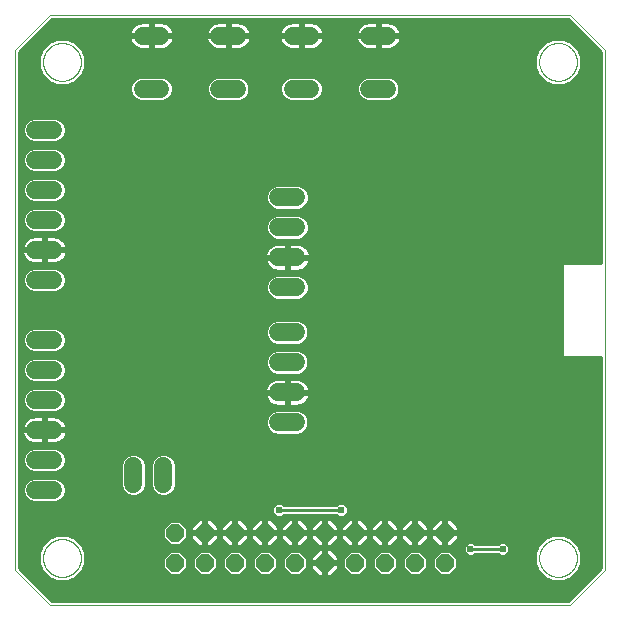
<source format=gbl>
G75*
%MOIN*%
%OFA0B0*%
%FSLAX25Y25*%
%IPPOS*%
%LPD*%
%AMOC8*
5,1,8,0,0,1.08239X$1,22.5*
%
%ADD10OC8,0.06000*%
%ADD11C,0.00000*%
%ADD12C,0.06000*%
%ADD13C,0.05937*%
%ADD14C,0.01000*%
%ADD15R,0.03562X0.03562*%
%ADD16C,0.02400*%
D10*
X0122300Y0112600D03*
X0122300Y0122600D03*
X0132300Y0122600D03*
X0132300Y0112600D03*
X0142300Y0112600D03*
X0142300Y0122600D03*
X0152300Y0122600D03*
X0152300Y0112600D03*
X0162300Y0112600D03*
X0162300Y0122600D03*
X0172300Y0122600D03*
X0172300Y0112600D03*
X0182300Y0112600D03*
X0182300Y0122600D03*
X0192300Y0122600D03*
X0192300Y0112600D03*
X0202300Y0112600D03*
X0202300Y0122600D03*
X0212300Y0122600D03*
X0212300Y0112600D03*
D11*
X0080711Y0098500D02*
X0068900Y0110311D01*
X0068900Y0283539D01*
X0080711Y0295350D01*
X0253939Y0295350D01*
X0265750Y0283539D01*
X0265750Y0110311D01*
X0253939Y0098500D01*
X0080711Y0098500D01*
X0078349Y0114248D02*
X0078351Y0114406D01*
X0078357Y0114564D01*
X0078367Y0114722D01*
X0078381Y0114880D01*
X0078399Y0115037D01*
X0078420Y0115194D01*
X0078446Y0115350D01*
X0078476Y0115506D01*
X0078509Y0115661D01*
X0078547Y0115814D01*
X0078588Y0115967D01*
X0078633Y0116119D01*
X0078682Y0116270D01*
X0078735Y0116419D01*
X0078791Y0116567D01*
X0078851Y0116713D01*
X0078915Y0116858D01*
X0078983Y0117001D01*
X0079054Y0117143D01*
X0079128Y0117283D01*
X0079206Y0117420D01*
X0079288Y0117556D01*
X0079372Y0117690D01*
X0079461Y0117821D01*
X0079552Y0117950D01*
X0079647Y0118077D01*
X0079744Y0118202D01*
X0079845Y0118324D01*
X0079949Y0118443D01*
X0080056Y0118560D01*
X0080166Y0118674D01*
X0080279Y0118785D01*
X0080394Y0118894D01*
X0080512Y0118999D01*
X0080633Y0119101D01*
X0080756Y0119201D01*
X0080882Y0119297D01*
X0081010Y0119390D01*
X0081140Y0119480D01*
X0081273Y0119566D01*
X0081408Y0119650D01*
X0081544Y0119729D01*
X0081683Y0119806D01*
X0081824Y0119878D01*
X0081966Y0119948D01*
X0082110Y0120013D01*
X0082256Y0120075D01*
X0082403Y0120133D01*
X0082552Y0120188D01*
X0082702Y0120239D01*
X0082853Y0120286D01*
X0083005Y0120329D01*
X0083158Y0120368D01*
X0083313Y0120404D01*
X0083468Y0120435D01*
X0083624Y0120463D01*
X0083780Y0120487D01*
X0083937Y0120507D01*
X0084095Y0120523D01*
X0084252Y0120535D01*
X0084411Y0120543D01*
X0084569Y0120547D01*
X0084727Y0120547D01*
X0084885Y0120543D01*
X0085044Y0120535D01*
X0085201Y0120523D01*
X0085359Y0120507D01*
X0085516Y0120487D01*
X0085672Y0120463D01*
X0085828Y0120435D01*
X0085983Y0120404D01*
X0086138Y0120368D01*
X0086291Y0120329D01*
X0086443Y0120286D01*
X0086594Y0120239D01*
X0086744Y0120188D01*
X0086893Y0120133D01*
X0087040Y0120075D01*
X0087186Y0120013D01*
X0087330Y0119948D01*
X0087472Y0119878D01*
X0087613Y0119806D01*
X0087752Y0119729D01*
X0087888Y0119650D01*
X0088023Y0119566D01*
X0088156Y0119480D01*
X0088286Y0119390D01*
X0088414Y0119297D01*
X0088540Y0119201D01*
X0088663Y0119101D01*
X0088784Y0118999D01*
X0088902Y0118894D01*
X0089017Y0118785D01*
X0089130Y0118674D01*
X0089240Y0118560D01*
X0089347Y0118443D01*
X0089451Y0118324D01*
X0089552Y0118202D01*
X0089649Y0118077D01*
X0089744Y0117950D01*
X0089835Y0117821D01*
X0089924Y0117690D01*
X0090008Y0117556D01*
X0090090Y0117420D01*
X0090168Y0117283D01*
X0090242Y0117143D01*
X0090313Y0117001D01*
X0090381Y0116858D01*
X0090445Y0116713D01*
X0090505Y0116567D01*
X0090561Y0116419D01*
X0090614Y0116270D01*
X0090663Y0116119D01*
X0090708Y0115967D01*
X0090749Y0115814D01*
X0090787Y0115661D01*
X0090820Y0115506D01*
X0090850Y0115350D01*
X0090876Y0115194D01*
X0090897Y0115037D01*
X0090915Y0114880D01*
X0090929Y0114722D01*
X0090939Y0114564D01*
X0090945Y0114406D01*
X0090947Y0114248D01*
X0090945Y0114090D01*
X0090939Y0113932D01*
X0090929Y0113774D01*
X0090915Y0113616D01*
X0090897Y0113459D01*
X0090876Y0113302D01*
X0090850Y0113146D01*
X0090820Y0112990D01*
X0090787Y0112835D01*
X0090749Y0112682D01*
X0090708Y0112529D01*
X0090663Y0112377D01*
X0090614Y0112226D01*
X0090561Y0112077D01*
X0090505Y0111929D01*
X0090445Y0111783D01*
X0090381Y0111638D01*
X0090313Y0111495D01*
X0090242Y0111353D01*
X0090168Y0111213D01*
X0090090Y0111076D01*
X0090008Y0110940D01*
X0089924Y0110806D01*
X0089835Y0110675D01*
X0089744Y0110546D01*
X0089649Y0110419D01*
X0089552Y0110294D01*
X0089451Y0110172D01*
X0089347Y0110053D01*
X0089240Y0109936D01*
X0089130Y0109822D01*
X0089017Y0109711D01*
X0088902Y0109602D01*
X0088784Y0109497D01*
X0088663Y0109395D01*
X0088540Y0109295D01*
X0088414Y0109199D01*
X0088286Y0109106D01*
X0088156Y0109016D01*
X0088023Y0108930D01*
X0087888Y0108846D01*
X0087752Y0108767D01*
X0087613Y0108690D01*
X0087472Y0108618D01*
X0087330Y0108548D01*
X0087186Y0108483D01*
X0087040Y0108421D01*
X0086893Y0108363D01*
X0086744Y0108308D01*
X0086594Y0108257D01*
X0086443Y0108210D01*
X0086291Y0108167D01*
X0086138Y0108128D01*
X0085983Y0108092D01*
X0085828Y0108061D01*
X0085672Y0108033D01*
X0085516Y0108009D01*
X0085359Y0107989D01*
X0085201Y0107973D01*
X0085044Y0107961D01*
X0084885Y0107953D01*
X0084727Y0107949D01*
X0084569Y0107949D01*
X0084411Y0107953D01*
X0084252Y0107961D01*
X0084095Y0107973D01*
X0083937Y0107989D01*
X0083780Y0108009D01*
X0083624Y0108033D01*
X0083468Y0108061D01*
X0083313Y0108092D01*
X0083158Y0108128D01*
X0083005Y0108167D01*
X0082853Y0108210D01*
X0082702Y0108257D01*
X0082552Y0108308D01*
X0082403Y0108363D01*
X0082256Y0108421D01*
X0082110Y0108483D01*
X0081966Y0108548D01*
X0081824Y0108618D01*
X0081683Y0108690D01*
X0081544Y0108767D01*
X0081408Y0108846D01*
X0081273Y0108930D01*
X0081140Y0109016D01*
X0081010Y0109106D01*
X0080882Y0109199D01*
X0080756Y0109295D01*
X0080633Y0109395D01*
X0080512Y0109497D01*
X0080394Y0109602D01*
X0080279Y0109711D01*
X0080166Y0109822D01*
X0080056Y0109936D01*
X0079949Y0110053D01*
X0079845Y0110172D01*
X0079744Y0110294D01*
X0079647Y0110419D01*
X0079552Y0110546D01*
X0079461Y0110675D01*
X0079372Y0110806D01*
X0079288Y0110940D01*
X0079206Y0111076D01*
X0079128Y0111213D01*
X0079054Y0111353D01*
X0078983Y0111495D01*
X0078915Y0111638D01*
X0078851Y0111783D01*
X0078791Y0111929D01*
X0078735Y0112077D01*
X0078682Y0112226D01*
X0078633Y0112377D01*
X0078588Y0112529D01*
X0078547Y0112682D01*
X0078509Y0112835D01*
X0078476Y0112990D01*
X0078446Y0113146D01*
X0078420Y0113302D01*
X0078399Y0113459D01*
X0078381Y0113616D01*
X0078367Y0113774D01*
X0078357Y0113932D01*
X0078351Y0114090D01*
X0078349Y0114248D01*
X0078349Y0279602D02*
X0078351Y0279760D01*
X0078357Y0279918D01*
X0078367Y0280076D01*
X0078381Y0280234D01*
X0078399Y0280391D01*
X0078420Y0280548D01*
X0078446Y0280704D01*
X0078476Y0280860D01*
X0078509Y0281015D01*
X0078547Y0281168D01*
X0078588Y0281321D01*
X0078633Y0281473D01*
X0078682Y0281624D01*
X0078735Y0281773D01*
X0078791Y0281921D01*
X0078851Y0282067D01*
X0078915Y0282212D01*
X0078983Y0282355D01*
X0079054Y0282497D01*
X0079128Y0282637D01*
X0079206Y0282774D01*
X0079288Y0282910D01*
X0079372Y0283044D01*
X0079461Y0283175D01*
X0079552Y0283304D01*
X0079647Y0283431D01*
X0079744Y0283556D01*
X0079845Y0283678D01*
X0079949Y0283797D01*
X0080056Y0283914D01*
X0080166Y0284028D01*
X0080279Y0284139D01*
X0080394Y0284248D01*
X0080512Y0284353D01*
X0080633Y0284455D01*
X0080756Y0284555D01*
X0080882Y0284651D01*
X0081010Y0284744D01*
X0081140Y0284834D01*
X0081273Y0284920D01*
X0081408Y0285004D01*
X0081544Y0285083D01*
X0081683Y0285160D01*
X0081824Y0285232D01*
X0081966Y0285302D01*
X0082110Y0285367D01*
X0082256Y0285429D01*
X0082403Y0285487D01*
X0082552Y0285542D01*
X0082702Y0285593D01*
X0082853Y0285640D01*
X0083005Y0285683D01*
X0083158Y0285722D01*
X0083313Y0285758D01*
X0083468Y0285789D01*
X0083624Y0285817D01*
X0083780Y0285841D01*
X0083937Y0285861D01*
X0084095Y0285877D01*
X0084252Y0285889D01*
X0084411Y0285897D01*
X0084569Y0285901D01*
X0084727Y0285901D01*
X0084885Y0285897D01*
X0085044Y0285889D01*
X0085201Y0285877D01*
X0085359Y0285861D01*
X0085516Y0285841D01*
X0085672Y0285817D01*
X0085828Y0285789D01*
X0085983Y0285758D01*
X0086138Y0285722D01*
X0086291Y0285683D01*
X0086443Y0285640D01*
X0086594Y0285593D01*
X0086744Y0285542D01*
X0086893Y0285487D01*
X0087040Y0285429D01*
X0087186Y0285367D01*
X0087330Y0285302D01*
X0087472Y0285232D01*
X0087613Y0285160D01*
X0087752Y0285083D01*
X0087888Y0285004D01*
X0088023Y0284920D01*
X0088156Y0284834D01*
X0088286Y0284744D01*
X0088414Y0284651D01*
X0088540Y0284555D01*
X0088663Y0284455D01*
X0088784Y0284353D01*
X0088902Y0284248D01*
X0089017Y0284139D01*
X0089130Y0284028D01*
X0089240Y0283914D01*
X0089347Y0283797D01*
X0089451Y0283678D01*
X0089552Y0283556D01*
X0089649Y0283431D01*
X0089744Y0283304D01*
X0089835Y0283175D01*
X0089924Y0283044D01*
X0090008Y0282910D01*
X0090090Y0282774D01*
X0090168Y0282637D01*
X0090242Y0282497D01*
X0090313Y0282355D01*
X0090381Y0282212D01*
X0090445Y0282067D01*
X0090505Y0281921D01*
X0090561Y0281773D01*
X0090614Y0281624D01*
X0090663Y0281473D01*
X0090708Y0281321D01*
X0090749Y0281168D01*
X0090787Y0281015D01*
X0090820Y0280860D01*
X0090850Y0280704D01*
X0090876Y0280548D01*
X0090897Y0280391D01*
X0090915Y0280234D01*
X0090929Y0280076D01*
X0090939Y0279918D01*
X0090945Y0279760D01*
X0090947Y0279602D01*
X0090945Y0279444D01*
X0090939Y0279286D01*
X0090929Y0279128D01*
X0090915Y0278970D01*
X0090897Y0278813D01*
X0090876Y0278656D01*
X0090850Y0278500D01*
X0090820Y0278344D01*
X0090787Y0278189D01*
X0090749Y0278036D01*
X0090708Y0277883D01*
X0090663Y0277731D01*
X0090614Y0277580D01*
X0090561Y0277431D01*
X0090505Y0277283D01*
X0090445Y0277137D01*
X0090381Y0276992D01*
X0090313Y0276849D01*
X0090242Y0276707D01*
X0090168Y0276567D01*
X0090090Y0276430D01*
X0090008Y0276294D01*
X0089924Y0276160D01*
X0089835Y0276029D01*
X0089744Y0275900D01*
X0089649Y0275773D01*
X0089552Y0275648D01*
X0089451Y0275526D01*
X0089347Y0275407D01*
X0089240Y0275290D01*
X0089130Y0275176D01*
X0089017Y0275065D01*
X0088902Y0274956D01*
X0088784Y0274851D01*
X0088663Y0274749D01*
X0088540Y0274649D01*
X0088414Y0274553D01*
X0088286Y0274460D01*
X0088156Y0274370D01*
X0088023Y0274284D01*
X0087888Y0274200D01*
X0087752Y0274121D01*
X0087613Y0274044D01*
X0087472Y0273972D01*
X0087330Y0273902D01*
X0087186Y0273837D01*
X0087040Y0273775D01*
X0086893Y0273717D01*
X0086744Y0273662D01*
X0086594Y0273611D01*
X0086443Y0273564D01*
X0086291Y0273521D01*
X0086138Y0273482D01*
X0085983Y0273446D01*
X0085828Y0273415D01*
X0085672Y0273387D01*
X0085516Y0273363D01*
X0085359Y0273343D01*
X0085201Y0273327D01*
X0085044Y0273315D01*
X0084885Y0273307D01*
X0084727Y0273303D01*
X0084569Y0273303D01*
X0084411Y0273307D01*
X0084252Y0273315D01*
X0084095Y0273327D01*
X0083937Y0273343D01*
X0083780Y0273363D01*
X0083624Y0273387D01*
X0083468Y0273415D01*
X0083313Y0273446D01*
X0083158Y0273482D01*
X0083005Y0273521D01*
X0082853Y0273564D01*
X0082702Y0273611D01*
X0082552Y0273662D01*
X0082403Y0273717D01*
X0082256Y0273775D01*
X0082110Y0273837D01*
X0081966Y0273902D01*
X0081824Y0273972D01*
X0081683Y0274044D01*
X0081544Y0274121D01*
X0081408Y0274200D01*
X0081273Y0274284D01*
X0081140Y0274370D01*
X0081010Y0274460D01*
X0080882Y0274553D01*
X0080756Y0274649D01*
X0080633Y0274749D01*
X0080512Y0274851D01*
X0080394Y0274956D01*
X0080279Y0275065D01*
X0080166Y0275176D01*
X0080056Y0275290D01*
X0079949Y0275407D01*
X0079845Y0275526D01*
X0079744Y0275648D01*
X0079647Y0275773D01*
X0079552Y0275900D01*
X0079461Y0276029D01*
X0079372Y0276160D01*
X0079288Y0276294D01*
X0079206Y0276430D01*
X0079128Y0276567D01*
X0079054Y0276707D01*
X0078983Y0276849D01*
X0078915Y0276992D01*
X0078851Y0277137D01*
X0078791Y0277283D01*
X0078735Y0277431D01*
X0078682Y0277580D01*
X0078633Y0277731D01*
X0078588Y0277883D01*
X0078547Y0278036D01*
X0078509Y0278189D01*
X0078476Y0278344D01*
X0078446Y0278500D01*
X0078420Y0278656D01*
X0078399Y0278813D01*
X0078381Y0278970D01*
X0078367Y0279128D01*
X0078357Y0279286D01*
X0078351Y0279444D01*
X0078349Y0279602D01*
X0243703Y0279602D02*
X0243705Y0279760D01*
X0243711Y0279918D01*
X0243721Y0280076D01*
X0243735Y0280234D01*
X0243753Y0280391D01*
X0243774Y0280548D01*
X0243800Y0280704D01*
X0243830Y0280860D01*
X0243863Y0281015D01*
X0243901Y0281168D01*
X0243942Y0281321D01*
X0243987Y0281473D01*
X0244036Y0281624D01*
X0244089Y0281773D01*
X0244145Y0281921D01*
X0244205Y0282067D01*
X0244269Y0282212D01*
X0244337Y0282355D01*
X0244408Y0282497D01*
X0244482Y0282637D01*
X0244560Y0282774D01*
X0244642Y0282910D01*
X0244726Y0283044D01*
X0244815Y0283175D01*
X0244906Y0283304D01*
X0245001Y0283431D01*
X0245098Y0283556D01*
X0245199Y0283678D01*
X0245303Y0283797D01*
X0245410Y0283914D01*
X0245520Y0284028D01*
X0245633Y0284139D01*
X0245748Y0284248D01*
X0245866Y0284353D01*
X0245987Y0284455D01*
X0246110Y0284555D01*
X0246236Y0284651D01*
X0246364Y0284744D01*
X0246494Y0284834D01*
X0246627Y0284920D01*
X0246762Y0285004D01*
X0246898Y0285083D01*
X0247037Y0285160D01*
X0247178Y0285232D01*
X0247320Y0285302D01*
X0247464Y0285367D01*
X0247610Y0285429D01*
X0247757Y0285487D01*
X0247906Y0285542D01*
X0248056Y0285593D01*
X0248207Y0285640D01*
X0248359Y0285683D01*
X0248512Y0285722D01*
X0248667Y0285758D01*
X0248822Y0285789D01*
X0248978Y0285817D01*
X0249134Y0285841D01*
X0249291Y0285861D01*
X0249449Y0285877D01*
X0249606Y0285889D01*
X0249765Y0285897D01*
X0249923Y0285901D01*
X0250081Y0285901D01*
X0250239Y0285897D01*
X0250398Y0285889D01*
X0250555Y0285877D01*
X0250713Y0285861D01*
X0250870Y0285841D01*
X0251026Y0285817D01*
X0251182Y0285789D01*
X0251337Y0285758D01*
X0251492Y0285722D01*
X0251645Y0285683D01*
X0251797Y0285640D01*
X0251948Y0285593D01*
X0252098Y0285542D01*
X0252247Y0285487D01*
X0252394Y0285429D01*
X0252540Y0285367D01*
X0252684Y0285302D01*
X0252826Y0285232D01*
X0252967Y0285160D01*
X0253106Y0285083D01*
X0253242Y0285004D01*
X0253377Y0284920D01*
X0253510Y0284834D01*
X0253640Y0284744D01*
X0253768Y0284651D01*
X0253894Y0284555D01*
X0254017Y0284455D01*
X0254138Y0284353D01*
X0254256Y0284248D01*
X0254371Y0284139D01*
X0254484Y0284028D01*
X0254594Y0283914D01*
X0254701Y0283797D01*
X0254805Y0283678D01*
X0254906Y0283556D01*
X0255003Y0283431D01*
X0255098Y0283304D01*
X0255189Y0283175D01*
X0255278Y0283044D01*
X0255362Y0282910D01*
X0255444Y0282774D01*
X0255522Y0282637D01*
X0255596Y0282497D01*
X0255667Y0282355D01*
X0255735Y0282212D01*
X0255799Y0282067D01*
X0255859Y0281921D01*
X0255915Y0281773D01*
X0255968Y0281624D01*
X0256017Y0281473D01*
X0256062Y0281321D01*
X0256103Y0281168D01*
X0256141Y0281015D01*
X0256174Y0280860D01*
X0256204Y0280704D01*
X0256230Y0280548D01*
X0256251Y0280391D01*
X0256269Y0280234D01*
X0256283Y0280076D01*
X0256293Y0279918D01*
X0256299Y0279760D01*
X0256301Y0279602D01*
X0256299Y0279444D01*
X0256293Y0279286D01*
X0256283Y0279128D01*
X0256269Y0278970D01*
X0256251Y0278813D01*
X0256230Y0278656D01*
X0256204Y0278500D01*
X0256174Y0278344D01*
X0256141Y0278189D01*
X0256103Y0278036D01*
X0256062Y0277883D01*
X0256017Y0277731D01*
X0255968Y0277580D01*
X0255915Y0277431D01*
X0255859Y0277283D01*
X0255799Y0277137D01*
X0255735Y0276992D01*
X0255667Y0276849D01*
X0255596Y0276707D01*
X0255522Y0276567D01*
X0255444Y0276430D01*
X0255362Y0276294D01*
X0255278Y0276160D01*
X0255189Y0276029D01*
X0255098Y0275900D01*
X0255003Y0275773D01*
X0254906Y0275648D01*
X0254805Y0275526D01*
X0254701Y0275407D01*
X0254594Y0275290D01*
X0254484Y0275176D01*
X0254371Y0275065D01*
X0254256Y0274956D01*
X0254138Y0274851D01*
X0254017Y0274749D01*
X0253894Y0274649D01*
X0253768Y0274553D01*
X0253640Y0274460D01*
X0253510Y0274370D01*
X0253377Y0274284D01*
X0253242Y0274200D01*
X0253106Y0274121D01*
X0252967Y0274044D01*
X0252826Y0273972D01*
X0252684Y0273902D01*
X0252540Y0273837D01*
X0252394Y0273775D01*
X0252247Y0273717D01*
X0252098Y0273662D01*
X0251948Y0273611D01*
X0251797Y0273564D01*
X0251645Y0273521D01*
X0251492Y0273482D01*
X0251337Y0273446D01*
X0251182Y0273415D01*
X0251026Y0273387D01*
X0250870Y0273363D01*
X0250713Y0273343D01*
X0250555Y0273327D01*
X0250398Y0273315D01*
X0250239Y0273307D01*
X0250081Y0273303D01*
X0249923Y0273303D01*
X0249765Y0273307D01*
X0249606Y0273315D01*
X0249449Y0273327D01*
X0249291Y0273343D01*
X0249134Y0273363D01*
X0248978Y0273387D01*
X0248822Y0273415D01*
X0248667Y0273446D01*
X0248512Y0273482D01*
X0248359Y0273521D01*
X0248207Y0273564D01*
X0248056Y0273611D01*
X0247906Y0273662D01*
X0247757Y0273717D01*
X0247610Y0273775D01*
X0247464Y0273837D01*
X0247320Y0273902D01*
X0247178Y0273972D01*
X0247037Y0274044D01*
X0246898Y0274121D01*
X0246762Y0274200D01*
X0246627Y0274284D01*
X0246494Y0274370D01*
X0246364Y0274460D01*
X0246236Y0274553D01*
X0246110Y0274649D01*
X0245987Y0274749D01*
X0245866Y0274851D01*
X0245748Y0274956D01*
X0245633Y0275065D01*
X0245520Y0275176D01*
X0245410Y0275290D01*
X0245303Y0275407D01*
X0245199Y0275526D01*
X0245098Y0275648D01*
X0245001Y0275773D01*
X0244906Y0275900D01*
X0244815Y0276029D01*
X0244726Y0276160D01*
X0244642Y0276294D01*
X0244560Y0276430D01*
X0244482Y0276567D01*
X0244408Y0276707D01*
X0244337Y0276849D01*
X0244269Y0276992D01*
X0244205Y0277137D01*
X0244145Y0277283D01*
X0244089Y0277431D01*
X0244036Y0277580D01*
X0243987Y0277731D01*
X0243942Y0277883D01*
X0243901Y0278036D01*
X0243863Y0278189D01*
X0243830Y0278344D01*
X0243800Y0278500D01*
X0243774Y0278656D01*
X0243753Y0278813D01*
X0243735Y0278970D01*
X0243721Y0279128D01*
X0243711Y0279286D01*
X0243705Y0279444D01*
X0243703Y0279602D01*
X0243703Y0114248D02*
X0243705Y0114406D01*
X0243711Y0114564D01*
X0243721Y0114722D01*
X0243735Y0114880D01*
X0243753Y0115037D01*
X0243774Y0115194D01*
X0243800Y0115350D01*
X0243830Y0115506D01*
X0243863Y0115661D01*
X0243901Y0115814D01*
X0243942Y0115967D01*
X0243987Y0116119D01*
X0244036Y0116270D01*
X0244089Y0116419D01*
X0244145Y0116567D01*
X0244205Y0116713D01*
X0244269Y0116858D01*
X0244337Y0117001D01*
X0244408Y0117143D01*
X0244482Y0117283D01*
X0244560Y0117420D01*
X0244642Y0117556D01*
X0244726Y0117690D01*
X0244815Y0117821D01*
X0244906Y0117950D01*
X0245001Y0118077D01*
X0245098Y0118202D01*
X0245199Y0118324D01*
X0245303Y0118443D01*
X0245410Y0118560D01*
X0245520Y0118674D01*
X0245633Y0118785D01*
X0245748Y0118894D01*
X0245866Y0118999D01*
X0245987Y0119101D01*
X0246110Y0119201D01*
X0246236Y0119297D01*
X0246364Y0119390D01*
X0246494Y0119480D01*
X0246627Y0119566D01*
X0246762Y0119650D01*
X0246898Y0119729D01*
X0247037Y0119806D01*
X0247178Y0119878D01*
X0247320Y0119948D01*
X0247464Y0120013D01*
X0247610Y0120075D01*
X0247757Y0120133D01*
X0247906Y0120188D01*
X0248056Y0120239D01*
X0248207Y0120286D01*
X0248359Y0120329D01*
X0248512Y0120368D01*
X0248667Y0120404D01*
X0248822Y0120435D01*
X0248978Y0120463D01*
X0249134Y0120487D01*
X0249291Y0120507D01*
X0249449Y0120523D01*
X0249606Y0120535D01*
X0249765Y0120543D01*
X0249923Y0120547D01*
X0250081Y0120547D01*
X0250239Y0120543D01*
X0250398Y0120535D01*
X0250555Y0120523D01*
X0250713Y0120507D01*
X0250870Y0120487D01*
X0251026Y0120463D01*
X0251182Y0120435D01*
X0251337Y0120404D01*
X0251492Y0120368D01*
X0251645Y0120329D01*
X0251797Y0120286D01*
X0251948Y0120239D01*
X0252098Y0120188D01*
X0252247Y0120133D01*
X0252394Y0120075D01*
X0252540Y0120013D01*
X0252684Y0119948D01*
X0252826Y0119878D01*
X0252967Y0119806D01*
X0253106Y0119729D01*
X0253242Y0119650D01*
X0253377Y0119566D01*
X0253510Y0119480D01*
X0253640Y0119390D01*
X0253768Y0119297D01*
X0253894Y0119201D01*
X0254017Y0119101D01*
X0254138Y0118999D01*
X0254256Y0118894D01*
X0254371Y0118785D01*
X0254484Y0118674D01*
X0254594Y0118560D01*
X0254701Y0118443D01*
X0254805Y0118324D01*
X0254906Y0118202D01*
X0255003Y0118077D01*
X0255098Y0117950D01*
X0255189Y0117821D01*
X0255278Y0117690D01*
X0255362Y0117556D01*
X0255444Y0117420D01*
X0255522Y0117283D01*
X0255596Y0117143D01*
X0255667Y0117001D01*
X0255735Y0116858D01*
X0255799Y0116713D01*
X0255859Y0116567D01*
X0255915Y0116419D01*
X0255968Y0116270D01*
X0256017Y0116119D01*
X0256062Y0115967D01*
X0256103Y0115814D01*
X0256141Y0115661D01*
X0256174Y0115506D01*
X0256204Y0115350D01*
X0256230Y0115194D01*
X0256251Y0115037D01*
X0256269Y0114880D01*
X0256283Y0114722D01*
X0256293Y0114564D01*
X0256299Y0114406D01*
X0256301Y0114248D01*
X0256299Y0114090D01*
X0256293Y0113932D01*
X0256283Y0113774D01*
X0256269Y0113616D01*
X0256251Y0113459D01*
X0256230Y0113302D01*
X0256204Y0113146D01*
X0256174Y0112990D01*
X0256141Y0112835D01*
X0256103Y0112682D01*
X0256062Y0112529D01*
X0256017Y0112377D01*
X0255968Y0112226D01*
X0255915Y0112077D01*
X0255859Y0111929D01*
X0255799Y0111783D01*
X0255735Y0111638D01*
X0255667Y0111495D01*
X0255596Y0111353D01*
X0255522Y0111213D01*
X0255444Y0111076D01*
X0255362Y0110940D01*
X0255278Y0110806D01*
X0255189Y0110675D01*
X0255098Y0110546D01*
X0255003Y0110419D01*
X0254906Y0110294D01*
X0254805Y0110172D01*
X0254701Y0110053D01*
X0254594Y0109936D01*
X0254484Y0109822D01*
X0254371Y0109711D01*
X0254256Y0109602D01*
X0254138Y0109497D01*
X0254017Y0109395D01*
X0253894Y0109295D01*
X0253768Y0109199D01*
X0253640Y0109106D01*
X0253510Y0109016D01*
X0253377Y0108930D01*
X0253242Y0108846D01*
X0253106Y0108767D01*
X0252967Y0108690D01*
X0252826Y0108618D01*
X0252684Y0108548D01*
X0252540Y0108483D01*
X0252394Y0108421D01*
X0252247Y0108363D01*
X0252098Y0108308D01*
X0251948Y0108257D01*
X0251797Y0108210D01*
X0251645Y0108167D01*
X0251492Y0108128D01*
X0251337Y0108092D01*
X0251182Y0108061D01*
X0251026Y0108033D01*
X0250870Y0108009D01*
X0250713Y0107989D01*
X0250555Y0107973D01*
X0250398Y0107961D01*
X0250239Y0107953D01*
X0250081Y0107949D01*
X0249923Y0107949D01*
X0249765Y0107953D01*
X0249606Y0107961D01*
X0249449Y0107973D01*
X0249291Y0107989D01*
X0249134Y0108009D01*
X0248978Y0108033D01*
X0248822Y0108061D01*
X0248667Y0108092D01*
X0248512Y0108128D01*
X0248359Y0108167D01*
X0248207Y0108210D01*
X0248056Y0108257D01*
X0247906Y0108308D01*
X0247757Y0108363D01*
X0247610Y0108421D01*
X0247464Y0108483D01*
X0247320Y0108548D01*
X0247178Y0108618D01*
X0247037Y0108690D01*
X0246898Y0108767D01*
X0246762Y0108846D01*
X0246627Y0108930D01*
X0246494Y0109016D01*
X0246364Y0109106D01*
X0246236Y0109199D01*
X0246110Y0109295D01*
X0245987Y0109395D01*
X0245866Y0109497D01*
X0245748Y0109602D01*
X0245633Y0109711D01*
X0245520Y0109822D01*
X0245410Y0109936D01*
X0245303Y0110053D01*
X0245199Y0110172D01*
X0245098Y0110294D01*
X0245001Y0110419D01*
X0244906Y0110546D01*
X0244815Y0110675D01*
X0244726Y0110806D01*
X0244642Y0110940D01*
X0244560Y0111076D01*
X0244482Y0111213D01*
X0244408Y0111353D01*
X0244337Y0111495D01*
X0244269Y0111638D01*
X0244205Y0111783D01*
X0244145Y0111929D01*
X0244089Y0112077D01*
X0244036Y0112226D01*
X0243987Y0112377D01*
X0243942Y0112529D01*
X0243901Y0112682D01*
X0243863Y0112835D01*
X0243830Y0112990D01*
X0243800Y0113146D01*
X0243774Y0113302D01*
X0243753Y0113459D01*
X0243735Y0113616D01*
X0243721Y0113774D01*
X0243711Y0113932D01*
X0243705Y0114090D01*
X0243703Y0114248D01*
D12*
X0162700Y0159500D02*
X0156700Y0159500D01*
X0156700Y0169500D02*
X0162700Y0169500D01*
X0162700Y0179500D02*
X0156700Y0179500D01*
X0156700Y0189500D02*
X0162700Y0189500D01*
X0162800Y0204500D02*
X0156800Y0204500D01*
X0156800Y0214500D02*
X0162800Y0214500D01*
X0162800Y0224500D02*
X0156800Y0224500D01*
X0156800Y0234500D02*
X0162800Y0234500D01*
X0081743Y0236925D02*
X0075743Y0236925D01*
X0075743Y0226925D02*
X0081743Y0226925D01*
X0081743Y0216925D02*
X0075743Y0216925D01*
X0075743Y0206925D02*
X0081743Y0206925D01*
X0081743Y0186925D02*
X0075743Y0186925D01*
X0075743Y0176925D02*
X0081743Y0176925D01*
X0081743Y0166925D02*
X0075743Y0166925D01*
X0075743Y0156925D02*
X0081743Y0156925D01*
X0081743Y0146925D02*
X0075743Y0146925D01*
X0075743Y0136925D02*
X0081743Y0136925D01*
X0108400Y0138900D02*
X0108400Y0144900D01*
X0118400Y0144900D02*
X0118400Y0138900D01*
X0081743Y0246925D02*
X0075743Y0246925D01*
X0075743Y0256925D02*
X0081743Y0256925D01*
D13*
X0111536Y0270642D02*
X0117473Y0270642D01*
X0117473Y0288358D02*
X0111536Y0288358D01*
X0137127Y0288358D02*
X0143064Y0288358D01*
X0143064Y0270642D02*
X0137127Y0270642D01*
X0161536Y0270642D02*
X0167473Y0270642D01*
X0167473Y0288358D02*
X0161536Y0288358D01*
X0187127Y0288358D02*
X0193064Y0288358D01*
X0193064Y0270642D02*
X0187127Y0270642D01*
D14*
X0183385Y0272241D02*
X0171215Y0272241D01*
X0170922Y0272946D02*
X0169778Y0274091D01*
X0168283Y0274710D01*
X0160727Y0274710D01*
X0159232Y0274091D01*
X0158087Y0272946D01*
X0157468Y0271451D01*
X0157468Y0269832D01*
X0158087Y0268337D01*
X0159232Y0267193D01*
X0160727Y0266573D01*
X0168283Y0266573D01*
X0169778Y0267193D01*
X0170922Y0268337D01*
X0171542Y0269832D01*
X0171542Y0271451D01*
X0170922Y0272946D01*
X0170629Y0273239D02*
X0183971Y0273239D01*
X0183678Y0272946D02*
X0183058Y0271451D01*
X0183058Y0269832D01*
X0183678Y0268337D01*
X0184822Y0267193D01*
X0186317Y0266573D01*
X0193873Y0266573D01*
X0195368Y0267193D01*
X0196513Y0268337D01*
X0197132Y0269832D01*
X0197132Y0271451D01*
X0196513Y0272946D01*
X0195368Y0274091D01*
X0193873Y0274710D01*
X0186317Y0274710D01*
X0184822Y0274091D01*
X0183678Y0272946D01*
X0183058Y0271242D02*
X0171542Y0271242D01*
X0171542Y0270244D02*
X0183058Y0270244D01*
X0183301Y0269245D02*
X0171299Y0269245D01*
X0170832Y0268247D02*
X0183768Y0268247D01*
X0184766Y0267248D02*
X0169834Y0267248D01*
X0169423Y0274238D02*
X0185177Y0274238D01*
X0186775Y0283890D02*
X0189611Y0283890D01*
X0189611Y0287874D01*
X0182679Y0287874D01*
X0182768Y0287312D01*
X0182986Y0286643D01*
X0183305Y0286016D01*
X0183718Y0285447D01*
X0184216Y0284950D01*
X0184785Y0284536D01*
X0185411Y0284217D01*
X0186080Y0284000D01*
X0186775Y0283890D01*
X0185400Y0284223D02*
X0169200Y0284223D01*
X0169189Y0284217D02*
X0169815Y0284536D01*
X0170384Y0284950D01*
X0170882Y0285447D01*
X0171295Y0286016D01*
X0171614Y0286643D01*
X0171832Y0287312D01*
X0171921Y0287874D01*
X0164989Y0287874D01*
X0164989Y0288843D01*
X0164020Y0288843D01*
X0164020Y0292827D01*
X0161185Y0292827D01*
X0160490Y0292717D01*
X0159821Y0292499D01*
X0159194Y0292180D01*
X0158625Y0291767D01*
X0158128Y0291269D01*
X0157714Y0290700D01*
X0157395Y0290074D01*
X0157178Y0289405D01*
X0157089Y0288843D01*
X0164020Y0288843D01*
X0164020Y0287874D01*
X0157089Y0287874D01*
X0157178Y0287312D01*
X0157395Y0286643D01*
X0157714Y0286016D01*
X0158128Y0285447D01*
X0158625Y0284950D01*
X0159194Y0284536D01*
X0159821Y0284217D01*
X0160490Y0284000D01*
X0161185Y0283890D01*
X0164020Y0283890D01*
X0164020Y0287874D01*
X0164989Y0287874D01*
X0164989Y0283890D01*
X0167825Y0283890D01*
X0168520Y0284000D01*
X0169189Y0284217D01*
X0170656Y0285222D02*
X0183944Y0285222D01*
X0183201Y0286220D02*
X0171399Y0286220D01*
X0171801Y0287219D02*
X0182799Y0287219D01*
X0182679Y0288843D02*
X0189611Y0288843D01*
X0189611Y0292827D01*
X0186775Y0292827D01*
X0186080Y0292717D01*
X0185411Y0292499D01*
X0184785Y0292180D01*
X0184216Y0291767D01*
X0183718Y0291269D01*
X0183305Y0290700D01*
X0182986Y0290074D01*
X0182768Y0289405D01*
X0182679Y0288843D01*
X0182738Y0289216D02*
X0171862Y0289216D01*
X0171832Y0289405D02*
X0171614Y0290074D01*
X0171295Y0290700D01*
X0170882Y0291269D01*
X0170384Y0291767D01*
X0169815Y0292180D01*
X0169189Y0292499D01*
X0168520Y0292717D01*
X0167825Y0292827D01*
X0164989Y0292827D01*
X0164989Y0288843D01*
X0171921Y0288843D01*
X0171832Y0289405D01*
X0171543Y0290214D02*
X0183057Y0290214D01*
X0183677Y0291213D02*
X0170923Y0291213D01*
X0169754Y0292211D02*
X0184846Y0292211D01*
X0189611Y0292211D02*
X0190580Y0292211D01*
X0190580Y0292827D02*
X0190580Y0288843D01*
X0189611Y0288843D01*
X0189611Y0287874D01*
X0190580Y0287874D01*
X0190580Y0288843D01*
X0197511Y0288843D01*
X0197422Y0289405D01*
X0197205Y0290074D01*
X0196886Y0290700D01*
X0196472Y0291269D01*
X0195975Y0291767D01*
X0195406Y0292180D01*
X0194779Y0292499D01*
X0194110Y0292717D01*
X0193415Y0292827D01*
X0190580Y0292827D01*
X0190580Y0291213D02*
X0189611Y0291213D01*
X0189611Y0290214D02*
X0190580Y0290214D01*
X0190580Y0289216D02*
X0189611Y0289216D01*
X0189611Y0288217D02*
X0164989Y0288217D01*
X0164020Y0288217D02*
X0140580Y0288217D01*
X0140580Y0287874D02*
X0140580Y0288843D01*
X0139611Y0288843D01*
X0139611Y0292827D01*
X0136775Y0292827D01*
X0136080Y0292717D01*
X0135411Y0292499D01*
X0134785Y0292180D01*
X0134216Y0291767D01*
X0133718Y0291269D01*
X0133305Y0290700D01*
X0132986Y0290074D01*
X0132768Y0289405D01*
X0132679Y0288843D01*
X0139611Y0288843D01*
X0139611Y0287874D01*
X0132679Y0287874D01*
X0132768Y0287312D01*
X0132986Y0286643D01*
X0133305Y0286016D01*
X0133718Y0285447D01*
X0134216Y0284950D01*
X0134785Y0284536D01*
X0135411Y0284217D01*
X0136080Y0284000D01*
X0136775Y0283890D01*
X0139611Y0283890D01*
X0139611Y0287874D01*
X0140580Y0287874D01*
X0147511Y0287874D01*
X0147422Y0287312D01*
X0147205Y0286643D01*
X0146886Y0286016D01*
X0146472Y0285447D01*
X0145975Y0284950D01*
X0145406Y0284536D01*
X0144779Y0284217D01*
X0144110Y0284000D01*
X0143415Y0283890D01*
X0140580Y0283890D01*
X0140580Y0287874D01*
X0140580Y0287219D02*
X0139611Y0287219D01*
X0139611Y0288217D02*
X0114989Y0288217D01*
X0114989Y0287874D02*
X0114989Y0288843D01*
X0114020Y0288843D01*
X0114020Y0292827D01*
X0111185Y0292827D01*
X0110490Y0292717D01*
X0109821Y0292499D01*
X0109194Y0292180D01*
X0108625Y0291767D01*
X0108128Y0291269D01*
X0107714Y0290700D01*
X0107395Y0290074D01*
X0107178Y0289405D01*
X0107089Y0288843D01*
X0114020Y0288843D01*
X0114020Y0287874D01*
X0107089Y0287874D01*
X0107178Y0287312D01*
X0107395Y0286643D01*
X0107714Y0286016D01*
X0108128Y0285447D01*
X0108625Y0284950D01*
X0109194Y0284536D01*
X0109821Y0284217D01*
X0110490Y0284000D01*
X0111185Y0283890D01*
X0114020Y0283890D01*
X0114020Y0287874D01*
X0114989Y0287874D01*
X0121921Y0287874D01*
X0121832Y0287312D01*
X0121614Y0286643D01*
X0121295Y0286016D01*
X0120882Y0285447D01*
X0120384Y0284950D01*
X0119815Y0284536D01*
X0119189Y0284217D01*
X0118520Y0284000D01*
X0117825Y0283890D01*
X0114989Y0283890D01*
X0114989Y0287874D01*
X0114989Y0287219D02*
X0114020Y0287219D01*
X0114020Y0288217D02*
X0075699Y0288217D01*
X0074701Y0287219D02*
X0082655Y0287219D01*
X0083097Y0287402D02*
X0080230Y0286214D01*
X0078036Y0284020D01*
X0076849Y0281154D01*
X0076849Y0278051D01*
X0078036Y0275184D01*
X0080230Y0272991D01*
X0083097Y0271803D01*
X0086199Y0271803D01*
X0089066Y0272991D01*
X0091260Y0275184D01*
X0092447Y0278051D01*
X0092447Y0281154D01*
X0091260Y0284020D01*
X0089066Y0286214D01*
X0086199Y0287402D01*
X0083097Y0287402D01*
X0080244Y0286220D02*
X0073702Y0286220D01*
X0072704Y0285222D02*
X0079238Y0285222D01*
X0078239Y0284223D02*
X0071705Y0284223D01*
X0070707Y0283225D02*
X0077707Y0283225D01*
X0077293Y0282226D02*
X0070400Y0282226D01*
X0070400Y0282918D02*
X0070400Y0110932D01*
X0081332Y0100000D01*
X0253318Y0100000D01*
X0264250Y0110932D01*
X0264250Y0181215D01*
X0251660Y0181215D01*
X0251221Y0181654D01*
X0251221Y0212196D01*
X0251660Y0212636D01*
X0264250Y0212636D01*
X0264250Y0282918D01*
X0253318Y0293850D01*
X0081332Y0293850D01*
X0070400Y0282918D01*
X0070400Y0281228D02*
X0076879Y0281228D01*
X0076849Y0280229D02*
X0070400Y0280229D01*
X0070400Y0279231D02*
X0076849Y0279231D01*
X0076849Y0278232D02*
X0070400Y0278232D01*
X0070400Y0277234D02*
X0077187Y0277234D01*
X0077601Y0276235D02*
X0070400Y0276235D01*
X0070400Y0275237D02*
X0078015Y0275237D01*
X0078983Y0274238D02*
X0070400Y0274238D01*
X0070400Y0273239D02*
X0079981Y0273239D01*
X0082040Y0272241D02*
X0070400Y0272241D01*
X0070400Y0271242D02*
X0107468Y0271242D01*
X0107468Y0271451D02*
X0107468Y0269832D01*
X0108087Y0268337D01*
X0109232Y0267193D01*
X0110727Y0266573D01*
X0118283Y0266573D01*
X0119778Y0267193D01*
X0120922Y0268337D01*
X0121542Y0269832D01*
X0121542Y0271451D01*
X0120922Y0272946D01*
X0119778Y0274091D01*
X0118283Y0274710D01*
X0110727Y0274710D01*
X0109232Y0274091D01*
X0108087Y0272946D01*
X0107468Y0271451D01*
X0107795Y0272241D02*
X0087256Y0272241D01*
X0089315Y0273239D02*
X0108380Y0273239D01*
X0109587Y0274238D02*
X0090313Y0274238D01*
X0091281Y0275237D02*
X0243369Y0275237D01*
X0243391Y0275184D02*
X0245584Y0272991D01*
X0248451Y0271803D01*
X0251554Y0271803D01*
X0254420Y0272991D01*
X0256614Y0275184D01*
X0257802Y0278051D01*
X0257802Y0281154D01*
X0256614Y0284020D01*
X0254420Y0286214D01*
X0251554Y0287402D01*
X0248451Y0287402D01*
X0245584Y0286214D01*
X0243391Y0284020D01*
X0242203Y0281154D01*
X0242203Y0278051D01*
X0243391Y0275184D01*
X0242955Y0276235D02*
X0091695Y0276235D01*
X0092109Y0277234D02*
X0242542Y0277234D01*
X0242203Y0278232D02*
X0092447Y0278232D01*
X0092447Y0279231D02*
X0242203Y0279231D01*
X0242203Y0280229D02*
X0092447Y0280229D01*
X0092417Y0281228D02*
X0242234Y0281228D01*
X0242647Y0282226D02*
X0092003Y0282226D01*
X0091589Y0283225D02*
X0243061Y0283225D01*
X0243593Y0284223D02*
X0194791Y0284223D01*
X0194779Y0284217D02*
X0195406Y0284536D01*
X0195975Y0284950D01*
X0196472Y0285447D01*
X0196886Y0286016D01*
X0197205Y0286643D01*
X0197422Y0287312D01*
X0197511Y0287874D01*
X0190580Y0287874D01*
X0190580Y0283890D01*
X0193415Y0283890D01*
X0194110Y0284000D01*
X0194779Y0284217D01*
X0196247Y0285222D02*
X0244592Y0285222D01*
X0245599Y0286220D02*
X0196989Y0286220D01*
X0197392Y0287219D02*
X0248009Y0287219D01*
X0251995Y0287219D02*
X0259950Y0287219D01*
X0258951Y0288217D02*
X0190580Y0288217D01*
X0190580Y0287219D02*
X0189611Y0287219D01*
X0189611Y0286220D02*
X0190580Y0286220D01*
X0190580Y0285222D02*
X0189611Y0285222D01*
X0189611Y0284223D02*
X0190580Y0284223D01*
X0197452Y0289216D02*
X0257953Y0289216D01*
X0256954Y0290214D02*
X0197133Y0290214D01*
X0196513Y0291213D02*
X0255956Y0291213D01*
X0254957Y0292211D02*
X0195345Y0292211D01*
X0195013Y0274238D02*
X0244337Y0274238D01*
X0245335Y0273239D02*
X0196220Y0273239D01*
X0196805Y0272241D02*
X0247394Y0272241D01*
X0252611Y0272241D02*
X0264250Y0272241D01*
X0264250Y0273239D02*
X0254669Y0273239D01*
X0255668Y0274238D02*
X0264250Y0274238D01*
X0264250Y0275237D02*
X0256636Y0275237D01*
X0257049Y0276235D02*
X0264250Y0276235D01*
X0264250Y0277234D02*
X0257463Y0277234D01*
X0257802Y0278232D02*
X0264250Y0278232D01*
X0264250Y0279231D02*
X0257802Y0279231D01*
X0257802Y0280229D02*
X0264250Y0280229D01*
X0264250Y0281228D02*
X0257771Y0281228D01*
X0257357Y0282226D02*
X0264250Y0282226D01*
X0263944Y0283225D02*
X0256944Y0283225D01*
X0256411Y0284223D02*
X0262945Y0284223D01*
X0261947Y0285222D02*
X0255413Y0285222D01*
X0254406Y0286220D02*
X0260948Y0286220D01*
X0253959Y0293210D02*
X0080692Y0293210D01*
X0079693Y0292211D02*
X0109255Y0292211D01*
X0108087Y0291213D02*
X0078695Y0291213D01*
X0077696Y0290214D02*
X0107467Y0290214D01*
X0107148Y0289216D02*
X0076698Y0289216D01*
X0086641Y0287219D02*
X0107208Y0287219D01*
X0107611Y0286220D02*
X0089052Y0286220D01*
X0090059Y0285222D02*
X0108353Y0285222D01*
X0109809Y0284223D02*
X0091057Y0284223D01*
X0107468Y0270244D02*
X0070400Y0270244D01*
X0070400Y0269245D02*
X0107711Y0269245D01*
X0108177Y0268247D02*
X0070400Y0268247D01*
X0070400Y0267248D02*
X0109176Y0267248D01*
X0119834Y0267248D02*
X0134766Y0267248D01*
X0134822Y0267193D02*
X0136317Y0266573D01*
X0143873Y0266573D01*
X0145368Y0267193D01*
X0146513Y0268337D01*
X0147132Y0269832D01*
X0147132Y0271451D01*
X0146513Y0272946D01*
X0145368Y0274091D01*
X0143873Y0274710D01*
X0136317Y0274710D01*
X0134822Y0274091D01*
X0133678Y0272946D01*
X0133058Y0271451D01*
X0133058Y0269832D01*
X0133678Y0268337D01*
X0134822Y0267193D01*
X0133768Y0268247D02*
X0120832Y0268247D01*
X0121299Y0269245D02*
X0133301Y0269245D01*
X0133058Y0270244D02*
X0121542Y0270244D01*
X0121542Y0271242D02*
X0133058Y0271242D01*
X0133385Y0272241D02*
X0121215Y0272241D01*
X0120629Y0273239D02*
X0133971Y0273239D01*
X0135177Y0274238D02*
X0119423Y0274238D01*
X0119200Y0284223D02*
X0135400Y0284223D01*
X0133944Y0285222D02*
X0120656Y0285222D01*
X0121399Y0286220D02*
X0133201Y0286220D01*
X0132799Y0287219D02*
X0121801Y0287219D01*
X0121921Y0288843D02*
X0121832Y0289405D01*
X0121614Y0290074D01*
X0121295Y0290700D01*
X0120882Y0291269D01*
X0120384Y0291767D01*
X0119815Y0292180D01*
X0119189Y0292499D01*
X0118520Y0292717D01*
X0117825Y0292827D01*
X0114989Y0292827D01*
X0114989Y0288843D01*
X0121921Y0288843D01*
X0121862Y0289216D02*
X0132738Y0289216D01*
X0133057Y0290214D02*
X0121543Y0290214D01*
X0120923Y0291213D02*
X0133677Y0291213D01*
X0134846Y0292211D02*
X0119754Y0292211D01*
X0114989Y0292211D02*
X0114020Y0292211D01*
X0114020Y0291213D02*
X0114989Y0291213D01*
X0114989Y0290214D02*
X0114020Y0290214D01*
X0114020Y0289216D02*
X0114989Y0289216D01*
X0114989Y0286220D02*
X0114020Y0286220D01*
X0114020Y0285222D02*
X0114989Y0285222D01*
X0114989Y0284223D02*
X0114020Y0284223D01*
X0139611Y0284223D02*
X0140580Y0284223D01*
X0140580Y0285222D02*
X0139611Y0285222D01*
X0139611Y0286220D02*
X0140580Y0286220D01*
X0140580Y0288843D02*
X0147511Y0288843D01*
X0147422Y0289405D01*
X0147205Y0290074D01*
X0146886Y0290700D01*
X0146472Y0291269D01*
X0145975Y0291767D01*
X0145406Y0292180D01*
X0144779Y0292499D01*
X0144110Y0292717D01*
X0143415Y0292827D01*
X0140580Y0292827D01*
X0140580Y0288843D01*
X0140580Y0289216D02*
X0139611Y0289216D01*
X0139611Y0290214D02*
X0140580Y0290214D01*
X0140580Y0291213D02*
X0139611Y0291213D01*
X0139611Y0292211D02*
X0140580Y0292211D01*
X0145345Y0292211D02*
X0159255Y0292211D01*
X0158087Y0291213D02*
X0146513Y0291213D01*
X0147133Y0290214D02*
X0157467Y0290214D01*
X0157148Y0289216D02*
X0147452Y0289216D01*
X0147392Y0287219D02*
X0157208Y0287219D01*
X0157611Y0286220D02*
X0146989Y0286220D01*
X0146247Y0285222D02*
X0158353Y0285222D01*
X0159809Y0284223D02*
X0144791Y0284223D01*
X0145013Y0274238D02*
X0159587Y0274238D01*
X0158380Y0273239D02*
X0146220Y0273239D01*
X0146805Y0272241D02*
X0157795Y0272241D01*
X0157468Y0271242D02*
X0147132Y0271242D01*
X0147132Y0270244D02*
X0157468Y0270244D01*
X0157711Y0269245D02*
X0146889Y0269245D01*
X0146423Y0268247D02*
X0158177Y0268247D01*
X0159176Y0267248D02*
X0145424Y0267248D01*
X0164020Y0284223D02*
X0164989Y0284223D01*
X0164989Y0285222D02*
X0164020Y0285222D01*
X0164020Y0286220D02*
X0164989Y0286220D01*
X0164989Y0287219D02*
X0164020Y0287219D01*
X0164020Y0289216D02*
X0164989Y0289216D01*
X0164989Y0290214D02*
X0164020Y0290214D01*
X0164020Y0291213D02*
X0164989Y0291213D01*
X0164989Y0292211D02*
X0164020Y0292211D01*
X0197132Y0271242D02*
X0264250Y0271242D01*
X0264250Y0270244D02*
X0197132Y0270244D01*
X0196889Y0269245D02*
X0264250Y0269245D01*
X0264250Y0268247D02*
X0196423Y0268247D01*
X0195424Y0267248D02*
X0264250Y0267248D01*
X0264250Y0266250D02*
X0070400Y0266250D01*
X0070400Y0265251D02*
X0264250Y0265251D01*
X0264250Y0264253D02*
X0070400Y0264253D01*
X0070400Y0263254D02*
X0264250Y0263254D01*
X0264250Y0262256D02*
X0070400Y0262256D01*
X0070400Y0261257D02*
X0264250Y0261257D01*
X0264250Y0260259D02*
X0084207Y0260259D01*
X0084065Y0260401D02*
X0082558Y0261025D01*
X0074927Y0261025D01*
X0073420Y0260401D01*
X0072267Y0259248D01*
X0071643Y0257741D01*
X0071643Y0256110D01*
X0072267Y0254603D01*
X0073420Y0253449D01*
X0074927Y0252825D01*
X0082558Y0252825D01*
X0084065Y0253449D01*
X0085218Y0254603D01*
X0085843Y0256110D01*
X0085843Y0257741D01*
X0085218Y0259248D01*
X0084065Y0260401D01*
X0085206Y0259260D02*
X0264250Y0259260D01*
X0264250Y0258262D02*
X0085627Y0258262D01*
X0085843Y0257263D02*
X0264250Y0257263D01*
X0264250Y0256265D02*
X0085843Y0256265D01*
X0085493Y0255266D02*
X0264250Y0255266D01*
X0264250Y0254268D02*
X0084883Y0254268D01*
X0083630Y0253269D02*
X0264250Y0253269D01*
X0264250Y0252271D02*
X0070400Y0252271D01*
X0070400Y0253269D02*
X0073855Y0253269D01*
X0072602Y0254268D02*
X0070400Y0254268D01*
X0070400Y0255266D02*
X0071992Y0255266D01*
X0071643Y0256265D02*
X0070400Y0256265D01*
X0070400Y0257263D02*
X0071643Y0257263D01*
X0071858Y0258262D02*
X0070400Y0258262D01*
X0070400Y0259260D02*
X0072279Y0259260D01*
X0073278Y0260259D02*
X0070400Y0260259D01*
X0070400Y0251272D02*
X0264250Y0251272D01*
X0264250Y0250274D02*
X0084192Y0250274D01*
X0084065Y0250401D02*
X0082558Y0251025D01*
X0074927Y0251025D01*
X0073420Y0250401D01*
X0072267Y0249248D01*
X0071643Y0247741D01*
X0071643Y0246110D01*
X0072267Y0244603D01*
X0073420Y0243449D01*
X0074927Y0242825D01*
X0082558Y0242825D01*
X0084065Y0243449D01*
X0085218Y0244603D01*
X0085843Y0246110D01*
X0085843Y0247741D01*
X0085218Y0249248D01*
X0084065Y0250401D01*
X0085191Y0249275D02*
X0264250Y0249275D01*
X0264250Y0248277D02*
X0085621Y0248277D01*
X0085843Y0247278D02*
X0264250Y0247278D01*
X0264250Y0246280D02*
X0085843Y0246280D01*
X0085499Y0245281D02*
X0264250Y0245281D01*
X0264250Y0244283D02*
X0084898Y0244283D01*
X0083666Y0243284D02*
X0264250Y0243284D01*
X0264250Y0242286D02*
X0070400Y0242286D01*
X0070400Y0243284D02*
X0073819Y0243284D01*
X0072587Y0244283D02*
X0070400Y0244283D01*
X0070400Y0245281D02*
X0071986Y0245281D01*
X0071643Y0246280D02*
X0070400Y0246280D01*
X0070400Y0247278D02*
X0071643Y0247278D01*
X0071865Y0248277D02*
X0070400Y0248277D01*
X0070400Y0249275D02*
X0072294Y0249275D01*
X0073293Y0250274D02*
X0070400Y0250274D01*
X0070400Y0241287D02*
X0264250Y0241287D01*
X0264250Y0240289D02*
X0084177Y0240289D01*
X0084065Y0240401D02*
X0082558Y0241025D01*
X0074927Y0241025D01*
X0073420Y0240401D01*
X0072267Y0239248D01*
X0071643Y0237741D01*
X0071643Y0236110D01*
X0072267Y0234603D01*
X0073420Y0233449D01*
X0074927Y0232825D01*
X0082558Y0232825D01*
X0084065Y0233449D01*
X0085218Y0234603D01*
X0085843Y0236110D01*
X0085843Y0237741D01*
X0085218Y0239248D01*
X0084065Y0240401D01*
X0085176Y0239290D02*
X0264250Y0239290D01*
X0264250Y0238292D02*
X0164360Y0238292D01*
X0163616Y0238600D02*
X0165122Y0237976D01*
X0166276Y0236822D01*
X0166900Y0235316D01*
X0166900Y0233684D01*
X0166276Y0232178D01*
X0165122Y0231024D01*
X0163616Y0230400D01*
X0155984Y0230400D01*
X0154478Y0231024D01*
X0153324Y0232178D01*
X0152700Y0233684D01*
X0152700Y0235316D01*
X0153324Y0236822D01*
X0154478Y0237976D01*
X0155984Y0238600D01*
X0163616Y0238600D01*
X0165805Y0237293D02*
X0264250Y0237293D01*
X0264250Y0236295D02*
X0166494Y0236295D01*
X0166900Y0235296D02*
X0264250Y0235296D01*
X0264250Y0234298D02*
X0166900Y0234298D01*
X0166740Y0233299D02*
X0264250Y0233299D01*
X0264250Y0232301D02*
X0166327Y0232301D01*
X0165400Y0231302D02*
X0264250Y0231302D01*
X0264250Y0230303D02*
X0084162Y0230303D01*
X0084065Y0230401D02*
X0082558Y0231025D01*
X0074927Y0231025D01*
X0073420Y0230401D01*
X0072267Y0229248D01*
X0071643Y0227741D01*
X0071643Y0226110D01*
X0072267Y0224603D01*
X0073420Y0223449D01*
X0074927Y0222825D01*
X0082558Y0222825D01*
X0084065Y0223449D01*
X0085218Y0224603D01*
X0085843Y0226110D01*
X0085843Y0227741D01*
X0085218Y0229248D01*
X0084065Y0230401D01*
X0085161Y0229305D02*
X0264250Y0229305D01*
X0264250Y0228306D02*
X0164324Y0228306D01*
X0163616Y0228600D02*
X0165122Y0227976D01*
X0166276Y0226822D01*
X0166900Y0225316D01*
X0166900Y0223684D01*
X0166276Y0222178D01*
X0165122Y0221024D01*
X0163616Y0220400D01*
X0155984Y0220400D01*
X0154478Y0221024D01*
X0153324Y0222178D01*
X0152700Y0223684D01*
X0152700Y0225316D01*
X0153324Y0226822D01*
X0154478Y0227976D01*
X0155984Y0228600D01*
X0163616Y0228600D01*
X0165790Y0227308D02*
X0264250Y0227308D01*
X0264250Y0226309D02*
X0166488Y0226309D01*
X0166900Y0225311D02*
X0264250Y0225311D01*
X0264250Y0224312D02*
X0166900Y0224312D01*
X0166747Y0223314D02*
X0264250Y0223314D01*
X0264250Y0222315D02*
X0166333Y0222315D01*
X0165415Y0221317D02*
X0264250Y0221317D01*
X0264250Y0220318D02*
X0084713Y0220318D01*
X0084674Y0220358D02*
X0084101Y0220774D01*
X0083470Y0221095D01*
X0082796Y0221314D01*
X0082097Y0221425D01*
X0079242Y0221425D01*
X0079242Y0217425D01*
X0078243Y0217425D01*
X0078243Y0221425D01*
X0075388Y0221425D01*
X0074689Y0221314D01*
X0074015Y0221095D01*
X0073384Y0220774D01*
X0072811Y0220358D01*
X0072310Y0219857D01*
X0071894Y0219284D01*
X0071572Y0218653D01*
X0071353Y0217979D01*
X0071266Y0217425D01*
X0078242Y0217425D01*
X0078242Y0216425D01*
X0071266Y0216425D01*
X0071353Y0215871D01*
X0071572Y0215198D01*
X0071894Y0214567D01*
X0072310Y0213994D01*
X0072811Y0213493D01*
X0073384Y0213076D01*
X0074015Y0212755D01*
X0074689Y0212536D01*
X0075388Y0212425D01*
X0078243Y0212425D01*
X0078243Y0216425D01*
X0079242Y0216425D01*
X0079242Y0212425D01*
X0082097Y0212425D01*
X0082796Y0212536D01*
X0083470Y0212755D01*
X0084101Y0213076D01*
X0084674Y0213493D01*
X0085175Y0213994D01*
X0085591Y0214567D01*
X0085913Y0215198D01*
X0086132Y0215871D01*
X0086219Y0216425D01*
X0079243Y0216425D01*
X0079243Y0217425D01*
X0086219Y0217425D01*
X0086132Y0217979D01*
X0085913Y0218653D01*
X0085591Y0219284D01*
X0085175Y0219857D01*
X0084674Y0220358D01*
X0085565Y0219320D02*
X0264250Y0219320D01*
X0264250Y0218321D02*
X0165196Y0218321D01*
X0165159Y0218349D02*
X0164527Y0218670D01*
X0163854Y0218889D01*
X0163154Y0219000D01*
X0160300Y0219000D01*
X0160300Y0215000D01*
X0159300Y0215000D01*
X0159300Y0219000D01*
X0156446Y0219000D01*
X0155746Y0218889D01*
X0155073Y0218670D01*
X0154441Y0218349D01*
X0153868Y0217932D01*
X0153368Y0217432D01*
X0152951Y0216859D01*
X0152630Y0216227D01*
X0152411Y0215554D01*
X0152323Y0215000D01*
X0159300Y0215000D01*
X0159300Y0214000D01*
X0160300Y0214000D01*
X0160300Y0215000D01*
X0167277Y0215000D01*
X0167189Y0215554D01*
X0166970Y0216227D01*
X0166649Y0216859D01*
X0166232Y0217432D01*
X0165732Y0217932D01*
X0165159Y0218349D01*
X0166311Y0217323D02*
X0264250Y0217323D01*
X0264250Y0216324D02*
X0166921Y0216324D01*
X0167225Y0215326D02*
X0264250Y0215326D01*
X0264250Y0214327D02*
X0160300Y0214327D01*
X0160300Y0214000D02*
X0167277Y0214000D01*
X0167189Y0213446D01*
X0166970Y0212773D01*
X0166649Y0212141D01*
X0166232Y0211568D01*
X0165732Y0211068D01*
X0165159Y0210651D01*
X0164527Y0210330D01*
X0163854Y0210111D01*
X0163154Y0210000D01*
X0160300Y0210000D01*
X0160300Y0214000D01*
X0160300Y0213329D02*
X0159300Y0213329D01*
X0159300Y0214000D02*
X0159300Y0210000D01*
X0156446Y0210000D01*
X0155746Y0210111D01*
X0155073Y0210330D01*
X0154441Y0210651D01*
X0153868Y0211068D01*
X0153368Y0211568D01*
X0152951Y0212141D01*
X0152630Y0212773D01*
X0152411Y0213446D01*
X0152323Y0214000D01*
X0159300Y0214000D01*
X0159300Y0214327D02*
X0085417Y0214327D01*
X0085954Y0215326D02*
X0152375Y0215326D01*
X0152679Y0216324D02*
X0086203Y0216324D01*
X0086020Y0218321D02*
X0154404Y0218321D01*
X0153289Y0217323D02*
X0079243Y0217323D01*
X0079242Y0218321D02*
X0078243Y0218321D01*
X0078242Y0217323D02*
X0070400Y0217323D01*
X0070400Y0218321D02*
X0071465Y0218321D01*
X0071920Y0219320D02*
X0070400Y0219320D01*
X0070400Y0220318D02*
X0072772Y0220318D01*
X0074705Y0221317D02*
X0070400Y0221317D01*
X0070400Y0222315D02*
X0153267Y0222315D01*
X0152853Y0223314D02*
X0083738Y0223314D01*
X0084928Y0224312D02*
X0152700Y0224312D01*
X0152700Y0225311D02*
X0085512Y0225311D01*
X0085843Y0226309D02*
X0153112Y0226309D01*
X0153810Y0227308D02*
X0085843Y0227308D01*
X0085608Y0228306D02*
X0155276Y0228306D01*
X0154200Y0231302D02*
X0070400Y0231302D01*
X0070400Y0232301D02*
X0153273Y0232301D01*
X0152860Y0233299D02*
X0083702Y0233299D01*
X0084913Y0234298D02*
X0152700Y0234298D01*
X0152700Y0235296D02*
X0085505Y0235296D01*
X0085843Y0236295D02*
X0153106Y0236295D01*
X0153795Y0237293D02*
X0085843Y0237293D01*
X0085614Y0238292D02*
X0155240Y0238292D01*
X0154185Y0221317D02*
X0082780Y0221317D01*
X0079242Y0221317D02*
X0078243Y0221317D01*
X0078243Y0220318D02*
X0079242Y0220318D01*
X0079242Y0219320D02*
X0078243Y0219320D01*
X0078243Y0216324D02*
X0079242Y0216324D01*
X0079242Y0215326D02*
X0078243Y0215326D01*
X0078243Y0214327D02*
X0079242Y0214327D01*
X0079242Y0213329D02*
X0078243Y0213329D01*
X0074927Y0211025D02*
X0073420Y0210401D01*
X0072267Y0209248D01*
X0071643Y0207741D01*
X0071643Y0206110D01*
X0072267Y0204603D01*
X0073420Y0203449D01*
X0074927Y0202825D01*
X0082558Y0202825D01*
X0084065Y0203449D01*
X0085218Y0204603D01*
X0085843Y0206110D01*
X0085843Y0207741D01*
X0085218Y0209248D01*
X0084065Y0210401D01*
X0082558Y0211025D01*
X0074927Y0211025D01*
X0073352Y0210333D02*
X0070400Y0210333D01*
X0070400Y0209335D02*
X0072354Y0209335D01*
X0071889Y0208336D02*
X0070400Y0208336D01*
X0070400Y0207338D02*
X0071643Y0207338D01*
X0071643Y0206339D02*
X0070400Y0206339D01*
X0070400Y0205341D02*
X0071961Y0205341D01*
X0072527Y0204342D02*
X0070400Y0204342D01*
X0070400Y0203344D02*
X0073675Y0203344D01*
X0070400Y0202345D02*
X0153255Y0202345D01*
X0153324Y0202178D02*
X0154478Y0201024D01*
X0155984Y0200400D01*
X0163616Y0200400D01*
X0165122Y0201024D01*
X0166276Y0202178D01*
X0166900Y0203684D01*
X0166900Y0205316D01*
X0166276Y0206822D01*
X0165122Y0207976D01*
X0163616Y0208600D01*
X0155984Y0208600D01*
X0154478Y0207976D01*
X0153324Y0206822D01*
X0152700Y0205316D01*
X0152700Y0203684D01*
X0153324Y0202178D01*
X0154155Y0201347D02*
X0070400Y0201347D01*
X0070400Y0200348D02*
X0251221Y0200348D01*
X0251221Y0199350D02*
X0070400Y0199350D01*
X0070400Y0198351D02*
X0251221Y0198351D01*
X0251221Y0197353D02*
X0070400Y0197353D01*
X0070400Y0196354D02*
X0251221Y0196354D01*
X0251221Y0195356D02*
X0070400Y0195356D01*
X0070400Y0194357D02*
X0251221Y0194357D01*
X0251221Y0193359D02*
X0164098Y0193359D01*
X0163516Y0193600D02*
X0165022Y0192976D01*
X0166176Y0191822D01*
X0166800Y0190316D01*
X0166800Y0188684D01*
X0166176Y0187178D01*
X0165022Y0186024D01*
X0163516Y0185400D01*
X0155884Y0185400D01*
X0154378Y0186024D01*
X0153224Y0187178D01*
X0152600Y0188684D01*
X0152600Y0190316D01*
X0153224Y0191822D01*
X0154378Y0192976D01*
X0155884Y0193600D01*
X0163516Y0193600D01*
X0165638Y0192360D02*
X0251221Y0192360D01*
X0251221Y0191362D02*
X0166367Y0191362D01*
X0166780Y0190363D02*
X0251221Y0190363D01*
X0251221Y0189365D02*
X0166800Y0189365D01*
X0166668Y0188366D02*
X0251221Y0188366D01*
X0251221Y0187368D02*
X0166254Y0187368D01*
X0165367Y0186369D02*
X0251221Y0186369D01*
X0251221Y0185370D02*
X0085536Y0185370D01*
X0085843Y0186110D02*
X0085843Y0187741D01*
X0085218Y0189248D01*
X0084065Y0190401D01*
X0082558Y0191025D01*
X0074927Y0191025D01*
X0073420Y0190401D01*
X0072267Y0189248D01*
X0071643Y0187741D01*
X0071643Y0186110D01*
X0072267Y0184603D01*
X0073420Y0183449D01*
X0074927Y0182825D01*
X0082558Y0182825D01*
X0084065Y0183449D01*
X0085218Y0184603D01*
X0085843Y0186110D01*
X0085843Y0186369D02*
X0154033Y0186369D01*
X0153145Y0187368D02*
X0085843Y0187368D01*
X0085584Y0188366D02*
X0152732Y0188366D01*
X0152600Y0189365D02*
X0085101Y0189365D01*
X0084103Y0190363D02*
X0152620Y0190363D01*
X0153033Y0191362D02*
X0070400Y0191362D01*
X0070400Y0192360D02*
X0153762Y0192360D01*
X0155302Y0193359D02*
X0070400Y0193359D01*
X0070400Y0190363D02*
X0073382Y0190363D01*
X0072384Y0189365D02*
X0070400Y0189365D01*
X0070400Y0188366D02*
X0071902Y0188366D01*
X0071643Y0187368D02*
X0070400Y0187368D01*
X0070400Y0186369D02*
X0071643Y0186369D01*
X0071949Y0185370D02*
X0070400Y0185370D01*
X0070400Y0184372D02*
X0072497Y0184372D01*
X0073603Y0183373D02*
X0070400Y0183373D01*
X0070400Y0182375D02*
X0153777Y0182375D01*
X0153224Y0181822D02*
X0152600Y0180316D01*
X0152600Y0178684D01*
X0153224Y0177178D01*
X0154378Y0176024D01*
X0155884Y0175400D01*
X0163516Y0175400D01*
X0165022Y0176024D01*
X0166176Y0177178D01*
X0166800Y0178684D01*
X0166800Y0180316D01*
X0166176Y0181822D01*
X0165022Y0182976D01*
X0163516Y0183600D01*
X0155884Y0183600D01*
X0154378Y0182976D01*
X0153224Y0181822D01*
X0153039Y0181376D02*
X0070400Y0181376D01*
X0070400Y0180378D02*
X0073397Y0180378D01*
X0073420Y0180401D02*
X0072267Y0179248D01*
X0071643Y0177741D01*
X0071643Y0176110D01*
X0072267Y0174603D01*
X0073420Y0173449D01*
X0074927Y0172825D01*
X0082558Y0172825D01*
X0084065Y0173449D01*
X0085218Y0174603D01*
X0085843Y0176110D01*
X0085843Y0177741D01*
X0085218Y0179248D01*
X0084065Y0180401D01*
X0082558Y0181025D01*
X0074927Y0181025D01*
X0073420Y0180401D01*
X0072398Y0179379D02*
X0070400Y0179379D01*
X0070400Y0178381D02*
X0071908Y0178381D01*
X0071643Y0177382D02*
X0070400Y0177382D01*
X0070400Y0176384D02*
X0071643Y0176384D01*
X0071943Y0175385D02*
X0070400Y0175385D01*
X0070400Y0174387D02*
X0072483Y0174387D01*
X0073567Y0173388D02*
X0070400Y0173388D01*
X0070400Y0172390D02*
X0153237Y0172390D01*
X0153268Y0172432D02*
X0152851Y0171859D01*
X0152530Y0171227D01*
X0152311Y0170554D01*
X0152223Y0170000D01*
X0159200Y0170000D01*
X0159200Y0174000D01*
X0156346Y0174000D01*
X0155646Y0173889D01*
X0154973Y0173670D01*
X0154341Y0173349D01*
X0153768Y0172932D01*
X0153268Y0172432D01*
X0152613Y0171391D02*
X0070400Y0171391D01*
X0070400Y0170393D02*
X0073412Y0170393D01*
X0073420Y0170401D02*
X0072267Y0169248D01*
X0071643Y0167741D01*
X0071643Y0166110D01*
X0072267Y0164603D01*
X0073420Y0163449D01*
X0074927Y0162825D01*
X0082558Y0162825D01*
X0084065Y0163449D01*
X0085218Y0164603D01*
X0085843Y0166110D01*
X0085843Y0167741D01*
X0085218Y0169248D01*
X0084065Y0170401D01*
X0082558Y0171025D01*
X0074927Y0171025D01*
X0073420Y0170401D01*
X0072413Y0169394D02*
X0070400Y0169394D01*
X0070400Y0168396D02*
X0071914Y0168396D01*
X0071643Y0167397D02*
X0070400Y0167397D01*
X0070400Y0166399D02*
X0071643Y0166399D01*
X0071936Y0165400D02*
X0070400Y0165400D01*
X0070400Y0164402D02*
X0072468Y0164402D01*
X0073531Y0163403D02*
X0070400Y0163403D01*
X0070400Y0162405D02*
X0153806Y0162405D01*
X0154378Y0162976D02*
X0153224Y0161822D01*
X0152600Y0160316D01*
X0152600Y0158684D01*
X0153224Y0157178D01*
X0154378Y0156024D01*
X0155884Y0155400D01*
X0163516Y0155400D01*
X0165022Y0156024D01*
X0166176Y0157178D01*
X0166800Y0158684D01*
X0166800Y0160316D01*
X0166176Y0161822D01*
X0165022Y0162976D01*
X0163516Y0163600D01*
X0155884Y0163600D01*
X0154378Y0162976D01*
X0155409Y0163403D02*
X0083954Y0163403D01*
X0085017Y0164402D02*
X0264250Y0164402D01*
X0264250Y0165400D02*
X0164566Y0165400D01*
X0164427Y0165330D02*
X0165059Y0165651D01*
X0165632Y0166068D01*
X0166132Y0166568D01*
X0166549Y0167141D01*
X0166870Y0167773D01*
X0167089Y0168446D01*
X0167177Y0169000D01*
X0160200Y0169000D01*
X0160200Y0170000D01*
X0159200Y0170000D01*
X0159200Y0169000D01*
X0160200Y0169000D01*
X0160200Y0165000D01*
X0163054Y0165000D01*
X0163754Y0165111D01*
X0164427Y0165330D01*
X0165963Y0166399D02*
X0264250Y0166399D01*
X0264250Y0167397D02*
X0166679Y0167397D01*
X0167073Y0168396D02*
X0264250Y0168396D01*
X0264250Y0169394D02*
X0160200Y0169394D01*
X0160200Y0170000D02*
X0167177Y0170000D01*
X0167089Y0170554D01*
X0166870Y0171227D01*
X0166549Y0171859D01*
X0166132Y0172432D01*
X0165632Y0172932D01*
X0165059Y0173349D01*
X0164427Y0173670D01*
X0163754Y0173889D01*
X0163054Y0174000D01*
X0160200Y0174000D01*
X0160200Y0170000D01*
X0160200Y0170393D02*
X0159200Y0170393D01*
X0159200Y0171391D02*
X0160200Y0171391D01*
X0160200Y0172390D02*
X0159200Y0172390D01*
X0159200Y0173388D02*
X0160200Y0173388D01*
X0154419Y0173388D02*
X0083918Y0173388D01*
X0085002Y0174387D02*
X0264250Y0174387D01*
X0264250Y0175385D02*
X0085542Y0175385D01*
X0085843Y0176384D02*
X0154018Y0176384D01*
X0153139Y0177382D02*
X0085843Y0177382D01*
X0085577Y0178381D02*
X0152726Y0178381D01*
X0152600Y0179379D02*
X0085087Y0179379D01*
X0084088Y0180378D02*
X0152626Y0180378D01*
X0155338Y0183373D02*
X0083882Y0183373D01*
X0084988Y0184372D02*
X0251221Y0184372D01*
X0251221Y0183373D02*
X0164062Y0183373D01*
X0165623Y0182375D02*
X0251221Y0182375D01*
X0251498Y0181376D02*
X0166361Y0181376D01*
X0166774Y0180378D02*
X0264250Y0180378D01*
X0264250Y0179379D02*
X0166800Y0179379D01*
X0166674Y0178381D02*
X0264250Y0178381D01*
X0264250Y0177382D02*
X0166261Y0177382D01*
X0165382Y0176384D02*
X0264250Y0176384D01*
X0264250Y0173388D02*
X0164981Y0173388D01*
X0166163Y0172390D02*
X0264250Y0172390D01*
X0264250Y0171391D02*
X0166787Y0171391D01*
X0167115Y0170393D02*
X0264250Y0170393D01*
X0264250Y0163403D02*
X0163991Y0163403D01*
X0165594Y0162405D02*
X0264250Y0162405D01*
X0264250Y0161406D02*
X0166348Y0161406D01*
X0166762Y0160408D02*
X0264250Y0160408D01*
X0264250Y0159409D02*
X0166800Y0159409D01*
X0166687Y0158411D02*
X0264250Y0158411D01*
X0264250Y0157412D02*
X0166273Y0157412D01*
X0165412Y0156414D02*
X0264250Y0156414D01*
X0264250Y0155415D02*
X0163552Y0155415D01*
X0155848Y0155415D02*
X0085983Y0155415D01*
X0085913Y0155198D02*
X0086132Y0155871D01*
X0086219Y0156425D01*
X0079243Y0156425D01*
X0079243Y0157425D01*
X0086219Y0157425D01*
X0086132Y0157979D01*
X0085913Y0158653D01*
X0085591Y0159284D01*
X0085175Y0159857D01*
X0084674Y0160358D01*
X0084101Y0160774D01*
X0083470Y0161095D01*
X0082796Y0161314D01*
X0082097Y0161425D01*
X0079242Y0161425D01*
X0079242Y0157425D01*
X0078243Y0157425D01*
X0078243Y0161425D01*
X0075388Y0161425D01*
X0074689Y0161314D01*
X0074015Y0161095D01*
X0073384Y0160774D01*
X0072811Y0160358D01*
X0072310Y0159857D01*
X0071894Y0159284D01*
X0071572Y0158653D01*
X0071353Y0157979D01*
X0071266Y0157425D01*
X0078242Y0157425D01*
X0078242Y0156425D01*
X0071266Y0156425D01*
X0071353Y0155871D01*
X0071572Y0155198D01*
X0071894Y0154567D01*
X0072310Y0153994D01*
X0072811Y0153493D01*
X0073384Y0153076D01*
X0074015Y0152755D01*
X0074689Y0152536D01*
X0075388Y0152425D01*
X0078243Y0152425D01*
X0078243Y0156425D01*
X0079242Y0156425D01*
X0079242Y0152425D01*
X0082097Y0152425D01*
X0082796Y0152536D01*
X0083470Y0152755D01*
X0084101Y0153076D01*
X0084674Y0153493D01*
X0085175Y0153994D01*
X0085591Y0154567D01*
X0085913Y0155198D01*
X0085482Y0154417D02*
X0264250Y0154417D01*
X0264250Y0153418D02*
X0084571Y0153418D01*
X0084013Y0150423D02*
X0264250Y0150423D01*
X0264250Y0151421D02*
X0070400Y0151421D01*
X0070400Y0150423D02*
X0073472Y0150423D01*
X0073420Y0150401D02*
X0072267Y0149248D01*
X0071643Y0147741D01*
X0071643Y0146110D01*
X0072267Y0144603D01*
X0073420Y0143449D01*
X0074927Y0142825D01*
X0082558Y0142825D01*
X0084065Y0143449D01*
X0085218Y0144603D01*
X0085843Y0146110D01*
X0085843Y0147741D01*
X0085218Y0149248D01*
X0084065Y0150401D01*
X0082558Y0151025D01*
X0074927Y0151025D01*
X0073420Y0150401D01*
X0072443Y0149424D02*
X0070400Y0149424D01*
X0070400Y0148426D02*
X0071926Y0148426D01*
X0071643Y0147427D02*
X0070400Y0147427D01*
X0070400Y0146429D02*
X0071643Y0146429D01*
X0071924Y0145430D02*
X0070400Y0145430D01*
X0070400Y0144432D02*
X0072438Y0144432D01*
X0073460Y0143433D02*
X0070400Y0143433D01*
X0070400Y0142434D02*
X0104300Y0142434D01*
X0104300Y0141436D02*
X0070400Y0141436D01*
X0070400Y0140437D02*
X0073508Y0140437D01*
X0073420Y0140401D02*
X0072267Y0139248D01*
X0071643Y0137741D01*
X0071643Y0136110D01*
X0072267Y0134603D01*
X0073420Y0133449D01*
X0074927Y0132825D01*
X0082558Y0132825D01*
X0084065Y0133449D01*
X0085218Y0134603D01*
X0085843Y0136110D01*
X0085843Y0137741D01*
X0085218Y0139248D01*
X0084065Y0140401D01*
X0082558Y0141025D01*
X0074927Y0141025D01*
X0073420Y0140401D01*
X0072458Y0139439D02*
X0070400Y0139439D01*
X0070400Y0138440D02*
X0071932Y0138440D01*
X0071643Y0137442D02*
X0070400Y0137442D01*
X0070400Y0136443D02*
X0071643Y0136443D01*
X0071918Y0135445D02*
X0070400Y0135445D01*
X0070400Y0134446D02*
X0072423Y0134446D01*
X0073424Y0133448D02*
X0070400Y0133448D01*
X0070400Y0132449D02*
X0156097Y0132449D01*
X0156147Y0132500D02*
X0154800Y0131153D01*
X0154800Y0129247D01*
X0156147Y0127900D01*
X0158053Y0127900D01*
X0158753Y0128600D01*
X0175947Y0128600D01*
X0176647Y0127900D01*
X0178553Y0127900D01*
X0179900Y0129247D01*
X0179900Y0131153D01*
X0178553Y0132500D01*
X0176647Y0132500D01*
X0175947Y0131800D01*
X0158753Y0131800D01*
X0158053Y0132500D01*
X0156147Y0132500D01*
X0155098Y0131451D02*
X0070400Y0131451D01*
X0070400Y0130452D02*
X0154800Y0130452D01*
X0154800Y0129454D02*
X0070400Y0129454D01*
X0070400Y0128455D02*
X0155592Y0128455D01*
X0154164Y0127100D02*
X0152800Y0127100D01*
X0152800Y0123100D01*
X0156800Y0123100D01*
X0156800Y0124464D01*
X0154164Y0127100D01*
X0154806Y0126458D02*
X0159794Y0126458D01*
X0160436Y0127100D02*
X0157800Y0124464D01*
X0157800Y0123100D01*
X0161800Y0123100D01*
X0161800Y0127100D01*
X0160436Y0127100D01*
X0161800Y0126458D02*
X0162800Y0126458D01*
X0162800Y0127100D02*
X0162800Y0123100D01*
X0166800Y0123100D01*
X0166800Y0124464D01*
X0164164Y0127100D01*
X0162800Y0127100D01*
X0162800Y0125460D02*
X0161800Y0125460D01*
X0161800Y0124461D02*
X0162800Y0124461D01*
X0162800Y0123463D02*
X0161800Y0123463D01*
X0161800Y0123100D02*
X0162800Y0123100D01*
X0162800Y0122100D01*
X0166800Y0122100D01*
X0166800Y0120736D01*
X0164164Y0118100D01*
X0162800Y0118100D01*
X0162800Y0122100D01*
X0161800Y0122100D01*
X0161800Y0118100D01*
X0160436Y0118100D01*
X0157800Y0120736D01*
X0157800Y0122100D01*
X0161800Y0122100D01*
X0161800Y0123100D01*
X0161800Y0122464D02*
X0152800Y0122464D01*
X0152800Y0122100D02*
X0152800Y0123100D01*
X0151800Y0123100D01*
X0151800Y0127100D01*
X0150436Y0127100D01*
X0147800Y0124464D01*
X0147800Y0123100D01*
X0151800Y0123100D01*
X0151800Y0122100D01*
X0152800Y0122100D01*
X0156800Y0122100D01*
X0156800Y0120736D01*
X0154164Y0118100D01*
X0152800Y0118100D01*
X0152800Y0122100D01*
X0152800Y0121466D02*
X0151800Y0121466D01*
X0151800Y0122100D02*
X0151800Y0118100D01*
X0150436Y0118100D01*
X0147800Y0120736D01*
X0147800Y0122100D01*
X0151800Y0122100D01*
X0151800Y0122464D02*
X0142800Y0122464D01*
X0142800Y0122100D02*
X0142800Y0123100D01*
X0146800Y0123100D01*
X0146800Y0124464D01*
X0144164Y0127100D01*
X0142800Y0127100D01*
X0142800Y0123100D01*
X0141800Y0123100D01*
X0141800Y0127100D01*
X0140436Y0127100D01*
X0137800Y0124464D01*
X0137800Y0123100D01*
X0141800Y0123100D01*
X0141800Y0122100D01*
X0142800Y0122100D01*
X0146800Y0122100D01*
X0146800Y0120736D01*
X0144164Y0118100D01*
X0142800Y0118100D01*
X0142800Y0122100D01*
X0142800Y0121466D02*
X0141800Y0121466D01*
X0141800Y0122100D02*
X0141800Y0118100D01*
X0140436Y0118100D01*
X0137800Y0120736D01*
X0137800Y0122100D01*
X0141800Y0122100D01*
X0141800Y0122464D02*
X0132800Y0122464D01*
X0132800Y0122100D02*
X0132800Y0123100D01*
X0136800Y0123100D01*
X0136800Y0124464D01*
X0134164Y0127100D01*
X0132800Y0127100D01*
X0132800Y0123100D01*
X0131800Y0123100D01*
X0131800Y0127100D01*
X0130436Y0127100D01*
X0127800Y0124464D01*
X0127800Y0123100D01*
X0131800Y0123100D01*
X0131800Y0122100D01*
X0132800Y0122100D01*
X0136800Y0122100D01*
X0136800Y0120736D01*
X0134164Y0118100D01*
X0132800Y0118100D01*
X0132800Y0122100D01*
X0132800Y0121466D02*
X0131800Y0121466D01*
X0131800Y0122100D02*
X0131800Y0118100D01*
X0130436Y0118100D01*
X0127800Y0120736D01*
X0127800Y0122100D01*
X0131800Y0122100D01*
X0131800Y0122464D02*
X0126400Y0122464D01*
X0126400Y0121466D02*
X0127800Y0121466D01*
X0128069Y0120467D02*
X0125966Y0120467D01*
X0126400Y0120902D02*
X0123998Y0118500D01*
X0120602Y0118500D01*
X0118200Y0120902D01*
X0118200Y0124298D01*
X0120602Y0126700D01*
X0123998Y0126700D01*
X0126400Y0124298D01*
X0126400Y0120902D01*
X0124967Y0119469D02*
X0129067Y0119469D01*
X0130066Y0118470D02*
X0091341Y0118470D01*
X0091260Y0118666D02*
X0089066Y0120860D01*
X0086199Y0122047D01*
X0083097Y0122047D01*
X0080230Y0120860D01*
X0078036Y0118666D01*
X0076849Y0115799D01*
X0076849Y0112697D01*
X0078036Y0109830D01*
X0080230Y0107636D01*
X0083097Y0106449D01*
X0086199Y0106449D01*
X0089066Y0107636D01*
X0091260Y0109830D01*
X0092447Y0112697D01*
X0092447Y0115799D01*
X0091260Y0118666D01*
X0090457Y0119469D02*
X0119633Y0119469D01*
X0118634Y0120467D02*
X0089459Y0120467D01*
X0087603Y0121466D02*
X0118200Y0121466D01*
X0118200Y0122464D02*
X0070400Y0122464D01*
X0070400Y0121466D02*
X0081693Y0121466D01*
X0079838Y0120467D02*
X0070400Y0120467D01*
X0070400Y0119469D02*
X0078839Y0119469D01*
X0077955Y0118470D02*
X0070400Y0118470D01*
X0070400Y0117472D02*
X0077542Y0117472D01*
X0077128Y0116473D02*
X0070400Y0116473D01*
X0070400Y0115475D02*
X0076849Y0115475D01*
X0076849Y0114476D02*
X0070400Y0114476D01*
X0070400Y0113478D02*
X0076849Y0113478D01*
X0076939Y0112479D02*
X0070400Y0112479D01*
X0070400Y0111481D02*
X0077352Y0111481D01*
X0077766Y0110482D02*
X0070850Y0110482D01*
X0071849Y0109484D02*
X0078383Y0109484D01*
X0079381Y0108485D02*
X0072847Y0108485D01*
X0073846Y0107487D02*
X0080591Y0107487D01*
X0083002Y0106488D02*
X0074844Y0106488D01*
X0075843Y0105490D02*
X0258808Y0105490D01*
X0259806Y0106488D02*
X0251649Y0106488D01*
X0251554Y0106449D02*
X0254420Y0107636D01*
X0256614Y0109830D01*
X0257802Y0112697D01*
X0257802Y0115799D01*
X0256614Y0118666D01*
X0254420Y0120860D01*
X0251554Y0122047D01*
X0248451Y0122047D01*
X0245584Y0120860D01*
X0243391Y0118666D01*
X0242203Y0115799D01*
X0242203Y0112697D01*
X0243391Y0109830D01*
X0245584Y0107636D01*
X0248451Y0106449D01*
X0251554Y0106449D01*
X0254059Y0107487D02*
X0260805Y0107487D01*
X0261803Y0108485D02*
X0255269Y0108485D01*
X0256268Y0109484D02*
X0262802Y0109484D01*
X0263800Y0110482D02*
X0256884Y0110482D01*
X0257298Y0111481D02*
X0264250Y0111481D01*
X0264250Y0112479D02*
X0257711Y0112479D01*
X0257802Y0113478D02*
X0264250Y0113478D01*
X0264250Y0114476D02*
X0257802Y0114476D01*
X0257802Y0115475D02*
X0264250Y0115475D01*
X0264250Y0116473D02*
X0257522Y0116473D01*
X0257109Y0117472D02*
X0264250Y0117472D01*
X0264250Y0118470D02*
X0256695Y0118470D01*
X0255811Y0119469D02*
X0264250Y0119469D01*
X0264250Y0120467D02*
X0254813Y0120467D01*
X0252958Y0121466D02*
X0264250Y0121466D01*
X0264250Y0122464D02*
X0212800Y0122464D01*
X0212800Y0122100D02*
X0212800Y0123100D01*
X0216800Y0123100D01*
X0216800Y0124464D01*
X0214164Y0127100D01*
X0212800Y0127100D01*
X0212800Y0123100D01*
X0211800Y0123100D01*
X0211800Y0127100D01*
X0210436Y0127100D01*
X0207800Y0124464D01*
X0207800Y0123100D01*
X0211800Y0123100D01*
X0211800Y0122100D01*
X0212800Y0122100D01*
X0216800Y0122100D01*
X0216800Y0120736D01*
X0214164Y0118100D01*
X0212800Y0118100D01*
X0212800Y0122100D01*
X0212800Y0121466D02*
X0211800Y0121466D01*
X0211800Y0122100D02*
X0211800Y0118100D01*
X0210436Y0118100D01*
X0207800Y0120736D01*
X0207800Y0122100D01*
X0211800Y0122100D01*
X0211800Y0122464D02*
X0202800Y0122464D01*
X0202800Y0122100D02*
X0202800Y0123100D01*
X0206800Y0123100D01*
X0206800Y0124464D01*
X0204164Y0127100D01*
X0202800Y0127100D01*
X0202800Y0123100D01*
X0201800Y0123100D01*
X0201800Y0127100D01*
X0200436Y0127100D01*
X0197800Y0124464D01*
X0197800Y0123100D01*
X0201800Y0123100D01*
X0201800Y0122100D01*
X0202800Y0122100D01*
X0206800Y0122100D01*
X0206800Y0120736D01*
X0204164Y0118100D01*
X0202800Y0118100D01*
X0202800Y0122100D01*
X0202800Y0121466D02*
X0201800Y0121466D01*
X0201800Y0122100D02*
X0201800Y0118100D01*
X0200436Y0118100D01*
X0197800Y0120736D01*
X0197800Y0122100D01*
X0201800Y0122100D01*
X0201800Y0122464D02*
X0192800Y0122464D01*
X0192800Y0122100D02*
X0192800Y0123100D01*
X0196800Y0123100D01*
X0196800Y0124464D01*
X0194164Y0127100D01*
X0192800Y0127100D01*
X0192800Y0123100D01*
X0191800Y0123100D01*
X0191800Y0127100D01*
X0190436Y0127100D01*
X0187800Y0124464D01*
X0187800Y0123100D01*
X0191800Y0123100D01*
X0191800Y0122100D01*
X0192800Y0122100D01*
X0196800Y0122100D01*
X0196800Y0120736D01*
X0194164Y0118100D01*
X0192800Y0118100D01*
X0192800Y0122100D01*
X0192800Y0121466D02*
X0191800Y0121466D01*
X0191800Y0122100D02*
X0191800Y0118100D01*
X0190436Y0118100D01*
X0187800Y0120736D01*
X0187800Y0122100D01*
X0191800Y0122100D01*
X0191800Y0122464D02*
X0182800Y0122464D01*
X0182800Y0122100D02*
X0182800Y0123100D01*
X0186800Y0123100D01*
X0186800Y0124464D01*
X0184164Y0127100D01*
X0182800Y0127100D01*
X0182800Y0123100D01*
X0181800Y0123100D01*
X0181800Y0127100D01*
X0180436Y0127100D01*
X0177800Y0124464D01*
X0177800Y0123100D01*
X0181800Y0123100D01*
X0181800Y0122100D01*
X0182800Y0122100D01*
X0186800Y0122100D01*
X0186800Y0120736D01*
X0184164Y0118100D01*
X0182800Y0118100D01*
X0182800Y0122100D01*
X0182800Y0121466D02*
X0181800Y0121466D01*
X0181800Y0122100D02*
X0181800Y0118100D01*
X0180436Y0118100D01*
X0177800Y0120736D01*
X0177800Y0122100D01*
X0181800Y0122100D01*
X0181800Y0122464D02*
X0172800Y0122464D01*
X0172800Y0122100D02*
X0172800Y0123100D01*
X0176800Y0123100D01*
X0176800Y0124464D01*
X0174164Y0127100D01*
X0172800Y0127100D01*
X0172800Y0123100D01*
X0171800Y0123100D01*
X0171800Y0127100D01*
X0170436Y0127100D01*
X0167800Y0124464D01*
X0167800Y0123100D01*
X0171800Y0123100D01*
X0171800Y0122100D01*
X0172800Y0122100D01*
X0176800Y0122100D01*
X0176800Y0120736D01*
X0174164Y0118100D01*
X0172800Y0118100D01*
X0172800Y0122100D01*
X0172800Y0121466D02*
X0171800Y0121466D01*
X0171800Y0122100D02*
X0171800Y0118100D01*
X0170436Y0118100D01*
X0167800Y0120736D01*
X0167800Y0122100D01*
X0171800Y0122100D01*
X0171800Y0122464D02*
X0162800Y0122464D01*
X0162800Y0121466D02*
X0161800Y0121466D01*
X0161800Y0120467D02*
X0162800Y0120467D01*
X0162800Y0119469D02*
X0161800Y0119469D01*
X0161800Y0118470D02*
X0162800Y0118470D01*
X0164534Y0118470D02*
X0170066Y0118470D01*
X0169067Y0119469D02*
X0165533Y0119469D01*
X0166531Y0120467D02*
X0168069Y0120467D01*
X0167800Y0121466D02*
X0166800Y0121466D01*
X0166800Y0123463D02*
X0167800Y0123463D01*
X0167800Y0124461D02*
X0166800Y0124461D01*
X0165804Y0125460D02*
X0168796Y0125460D01*
X0169794Y0126458D02*
X0164806Y0126458D01*
X0158796Y0125460D02*
X0155804Y0125460D01*
X0156800Y0124461D02*
X0157800Y0124461D01*
X0157800Y0123463D02*
X0156800Y0123463D01*
X0156800Y0121466D02*
X0157800Y0121466D01*
X0158069Y0120467D02*
X0156531Y0120467D01*
X0155533Y0119469D02*
X0159067Y0119469D01*
X0160066Y0118470D02*
X0154534Y0118470D01*
X0152800Y0118470D02*
X0151800Y0118470D01*
X0151800Y0119469D02*
X0152800Y0119469D01*
X0152800Y0120467D02*
X0151800Y0120467D01*
X0150066Y0118470D02*
X0144534Y0118470D01*
X0145533Y0119469D02*
X0149067Y0119469D01*
X0148069Y0120467D02*
X0146531Y0120467D01*
X0146800Y0121466D02*
X0147800Y0121466D01*
X0147800Y0123463D02*
X0146800Y0123463D01*
X0146800Y0124461D02*
X0147800Y0124461D01*
X0148796Y0125460D02*
X0145804Y0125460D01*
X0144806Y0126458D02*
X0149794Y0126458D01*
X0151800Y0126458D02*
X0152800Y0126458D01*
X0152800Y0125460D02*
X0151800Y0125460D01*
X0151800Y0124461D02*
X0152800Y0124461D01*
X0152800Y0123463D02*
X0151800Y0123463D01*
X0150602Y0116700D02*
X0148200Y0114298D01*
X0148200Y0110902D01*
X0150602Y0108500D01*
X0153998Y0108500D01*
X0156400Y0110902D01*
X0156400Y0114298D01*
X0153998Y0116700D01*
X0150602Y0116700D01*
X0150375Y0116473D02*
X0144225Y0116473D01*
X0143998Y0116700D02*
X0146400Y0114298D01*
X0146400Y0110902D01*
X0143998Y0108500D01*
X0140602Y0108500D01*
X0138200Y0110902D01*
X0138200Y0114298D01*
X0140602Y0116700D01*
X0143998Y0116700D01*
X0145224Y0115475D02*
X0149376Y0115475D01*
X0148378Y0114476D02*
X0146222Y0114476D01*
X0146400Y0113478D02*
X0148200Y0113478D01*
X0148200Y0112479D02*
X0146400Y0112479D01*
X0146400Y0111481D02*
X0148200Y0111481D01*
X0148620Y0110482D02*
X0145980Y0110482D01*
X0144982Y0109484D02*
X0149618Y0109484D01*
X0154982Y0109484D02*
X0159618Y0109484D01*
X0160602Y0108500D02*
X0163998Y0108500D01*
X0166400Y0110902D01*
X0166400Y0114298D01*
X0163998Y0116700D01*
X0160602Y0116700D01*
X0158200Y0114298D01*
X0158200Y0110902D01*
X0160602Y0108500D01*
X0158620Y0110482D02*
X0155980Y0110482D01*
X0156400Y0111481D02*
X0158200Y0111481D01*
X0158200Y0112479D02*
X0156400Y0112479D01*
X0156400Y0113478D02*
X0158200Y0113478D01*
X0158378Y0114476D02*
X0156222Y0114476D01*
X0155224Y0115475D02*
X0159376Y0115475D01*
X0160375Y0116473D02*
X0154225Y0116473D01*
X0164225Y0116473D02*
X0169809Y0116473D01*
X0170436Y0117100D02*
X0167800Y0114464D01*
X0167800Y0113100D01*
X0171800Y0113100D01*
X0171800Y0117100D01*
X0170436Y0117100D01*
X0171800Y0116473D02*
X0172800Y0116473D01*
X0172800Y0117100D02*
X0172800Y0113100D01*
X0176800Y0113100D01*
X0176800Y0114464D01*
X0174164Y0117100D01*
X0172800Y0117100D01*
X0172800Y0118470D02*
X0171800Y0118470D01*
X0171800Y0119469D02*
X0172800Y0119469D01*
X0172800Y0120467D02*
X0171800Y0120467D01*
X0171800Y0123463D02*
X0172800Y0123463D01*
X0172800Y0124461D02*
X0171800Y0124461D01*
X0171800Y0125460D02*
X0172800Y0125460D01*
X0172800Y0126458D02*
X0171800Y0126458D01*
X0174806Y0126458D02*
X0179794Y0126458D01*
X0178796Y0125460D02*
X0175804Y0125460D01*
X0176800Y0124461D02*
X0177800Y0124461D01*
X0177800Y0123463D02*
X0176800Y0123463D01*
X0176800Y0121466D02*
X0177800Y0121466D01*
X0178069Y0120467D02*
X0176531Y0120467D01*
X0175533Y0119469D02*
X0179067Y0119469D01*
X0180066Y0118470D02*
X0174534Y0118470D01*
X0174791Y0116473D02*
X0180375Y0116473D01*
X0180602Y0116700D02*
X0178200Y0114298D01*
X0178200Y0110902D01*
X0180602Y0108500D01*
X0183998Y0108500D01*
X0186400Y0110902D01*
X0186400Y0114298D01*
X0183998Y0116700D01*
X0180602Y0116700D01*
X0179376Y0115475D02*
X0175789Y0115475D01*
X0176788Y0114476D02*
X0178378Y0114476D01*
X0178200Y0113478D02*
X0176800Y0113478D01*
X0176800Y0112100D02*
X0172800Y0112100D01*
X0172800Y0113100D01*
X0171800Y0113100D01*
X0171800Y0112100D01*
X0172800Y0112100D01*
X0172800Y0108100D01*
X0174164Y0108100D01*
X0176800Y0110736D01*
X0176800Y0112100D01*
X0176800Y0111481D02*
X0178200Y0111481D01*
X0178200Y0112479D02*
X0172800Y0112479D01*
X0172800Y0111481D02*
X0171800Y0111481D01*
X0171800Y0112100D02*
X0171800Y0108100D01*
X0170436Y0108100D01*
X0167800Y0110736D01*
X0167800Y0112100D01*
X0171800Y0112100D01*
X0171800Y0112479D02*
X0166400Y0112479D01*
X0166400Y0111481D02*
X0167800Y0111481D01*
X0168054Y0110482D02*
X0165980Y0110482D01*
X0164982Y0109484D02*
X0169052Y0109484D01*
X0170051Y0108485D02*
X0089915Y0108485D01*
X0090913Y0109484D02*
X0119618Y0109484D01*
X0120602Y0108500D02*
X0118200Y0110902D01*
X0118200Y0114298D01*
X0120602Y0116700D01*
X0123998Y0116700D01*
X0126400Y0114298D01*
X0126400Y0110902D01*
X0123998Y0108500D01*
X0120602Y0108500D01*
X0118620Y0110482D02*
X0091530Y0110482D01*
X0091944Y0111481D02*
X0118200Y0111481D01*
X0118200Y0112479D02*
X0092357Y0112479D01*
X0092447Y0113478D02*
X0118200Y0113478D01*
X0118378Y0114476D02*
X0092447Y0114476D01*
X0092447Y0115475D02*
X0119376Y0115475D01*
X0120375Y0116473D02*
X0092168Y0116473D01*
X0091755Y0117472D02*
X0218500Y0117472D01*
X0218500Y0118253D02*
X0218500Y0116347D01*
X0219847Y0115000D01*
X0221753Y0115000D01*
X0222453Y0115700D01*
X0229847Y0115700D01*
X0230547Y0115000D01*
X0232453Y0115000D01*
X0233800Y0116347D01*
X0233800Y0118253D01*
X0232453Y0119600D01*
X0230547Y0119600D01*
X0229847Y0118900D01*
X0222453Y0118900D01*
X0221753Y0119600D01*
X0219847Y0119600D01*
X0218500Y0118253D01*
X0218718Y0118470D02*
X0214534Y0118470D01*
X0215533Y0119469D02*
X0219716Y0119469D01*
X0221884Y0119469D02*
X0230416Y0119469D01*
X0232584Y0119469D02*
X0244193Y0119469D01*
X0243309Y0118470D02*
X0233582Y0118470D01*
X0233800Y0117472D02*
X0242896Y0117472D01*
X0242482Y0116473D02*
X0233800Y0116473D01*
X0232927Y0115475D02*
X0242203Y0115475D01*
X0242203Y0114476D02*
X0216222Y0114476D01*
X0216400Y0114298D02*
X0213998Y0116700D01*
X0210602Y0116700D01*
X0208200Y0114298D01*
X0208200Y0110902D01*
X0210602Y0108500D01*
X0213998Y0108500D01*
X0216400Y0110902D01*
X0216400Y0114298D01*
X0216400Y0113478D02*
X0242203Y0113478D01*
X0242293Y0112479D02*
X0216400Y0112479D01*
X0216400Y0111481D02*
X0242707Y0111481D01*
X0243120Y0110482D02*
X0215980Y0110482D01*
X0214982Y0109484D02*
X0243737Y0109484D01*
X0244736Y0108485D02*
X0174549Y0108485D01*
X0175548Y0109484D02*
X0179618Y0109484D01*
X0178620Y0110482D02*
X0176546Y0110482D01*
X0172800Y0110482D02*
X0171800Y0110482D01*
X0171800Y0109484D02*
X0172800Y0109484D01*
X0172800Y0108485D02*
X0171800Y0108485D01*
X0171800Y0113478D02*
X0172800Y0113478D01*
X0172800Y0114476D02*
X0171800Y0114476D01*
X0171800Y0115475D02*
X0172800Y0115475D01*
X0168811Y0115475D02*
X0165224Y0115475D01*
X0166222Y0114476D02*
X0167812Y0114476D01*
X0167800Y0113478D02*
X0166400Y0113478D01*
X0158608Y0128455D02*
X0176092Y0128455D01*
X0177600Y0130200D02*
X0157100Y0130200D01*
X0158103Y0132449D02*
X0176597Y0132449D01*
X0178603Y0132449D02*
X0264250Y0132449D01*
X0264250Y0131451D02*
X0179602Y0131451D01*
X0179900Y0130452D02*
X0264250Y0130452D01*
X0264250Y0129454D02*
X0179900Y0129454D01*
X0179108Y0128455D02*
X0264250Y0128455D01*
X0264250Y0127457D02*
X0070400Y0127457D01*
X0070400Y0126458D02*
X0120360Y0126458D01*
X0119362Y0125460D02*
X0070400Y0125460D01*
X0070400Y0124461D02*
X0118363Y0124461D01*
X0118200Y0123463D02*
X0070400Y0123463D01*
X0084061Y0133448D02*
X0264250Y0133448D01*
X0264250Y0134446D02*
X0085062Y0134446D01*
X0085567Y0135445D02*
X0106057Y0135445D01*
X0106078Y0135424D02*
X0107584Y0134800D01*
X0109216Y0134800D01*
X0110722Y0135424D01*
X0111876Y0136578D01*
X0112500Y0138084D01*
X0112500Y0145716D01*
X0111876Y0147222D01*
X0110722Y0148376D01*
X0109216Y0149000D01*
X0107584Y0149000D01*
X0106078Y0148376D01*
X0104924Y0147222D01*
X0104300Y0145716D01*
X0104300Y0138084D01*
X0104924Y0136578D01*
X0106078Y0135424D01*
X0105058Y0136443D02*
X0085843Y0136443D01*
X0085843Y0137442D02*
X0104566Y0137442D01*
X0104300Y0138440D02*
X0085553Y0138440D01*
X0085027Y0139439D02*
X0104300Y0139439D01*
X0104300Y0140437D02*
X0083977Y0140437D01*
X0084025Y0143433D02*
X0104300Y0143433D01*
X0104300Y0144432D02*
X0085047Y0144432D01*
X0085561Y0145430D02*
X0104300Y0145430D01*
X0104595Y0146429D02*
X0085843Y0146429D01*
X0085843Y0147427D02*
X0105129Y0147427D01*
X0106198Y0148426D02*
X0085559Y0148426D01*
X0085042Y0149424D02*
X0264250Y0149424D01*
X0264250Y0148426D02*
X0120602Y0148426D01*
X0120722Y0148376D02*
X0119216Y0149000D01*
X0117584Y0149000D01*
X0116078Y0148376D01*
X0114924Y0147222D01*
X0114300Y0145716D01*
X0114300Y0138084D01*
X0114924Y0136578D01*
X0116078Y0135424D01*
X0117584Y0134800D01*
X0119216Y0134800D01*
X0120722Y0135424D01*
X0121876Y0136578D01*
X0122500Y0138084D01*
X0122500Y0145716D01*
X0121876Y0147222D01*
X0120722Y0148376D01*
X0121671Y0147427D02*
X0264250Y0147427D01*
X0264250Y0146429D02*
X0122205Y0146429D01*
X0122500Y0145430D02*
X0264250Y0145430D01*
X0264250Y0144432D02*
X0122500Y0144432D01*
X0122500Y0143433D02*
X0264250Y0143433D01*
X0264250Y0142434D02*
X0122500Y0142434D01*
X0122500Y0141436D02*
X0264250Y0141436D01*
X0264250Y0140437D02*
X0122500Y0140437D01*
X0122500Y0139439D02*
X0264250Y0139439D01*
X0264250Y0138440D02*
X0122500Y0138440D01*
X0122234Y0137442D02*
X0264250Y0137442D01*
X0264250Y0136443D02*
X0121742Y0136443D01*
X0120743Y0135445D02*
X0264250Y0135445D01*
X0264250Y0126458D02*
X0214806Y0126458D01*
X0215804Y0125460D02*
X0264250Y0125460D01*
X0264250Y0124461D02*
X0216800Y0124461D01*
X0216800Y0123463D02*
X0264250Y0123463D01*
X0247047Y0121466D02*
X0216800Y0121466D01*
X0216531Y0120467D02*
X0245192Y0120467D01*
X0245946Y0107487D02*
X0088705Y0107487D01*
X0086294Y0106488D02*
X0248356Y0106488D01*
X0253815Y0100497D02*
X0080835Y0100497D01*
X0079837Y0101496D02*
X0254814Y0101496D01*
X0255812Y0102494D02*
X0078838Y0102494D01*
X0077840Y0103493D02*
X0256811Y0103493D01*
X0257809Y0104491D02*
X0076841Y0104491D01*
X0110743Y0135445D02*
X0116057Y0135445D01*
X0115058Y0136443D02*
X0111742Y0136443D01*
X0112234Y0137442D02*
X0114566Y0137442D01*
X0114300Y0138440D02*
X0112500Y0138440D01*
X0112500Y0139439D02*
X0114300Y0139439D01*
X0114300Y0140437D02*
X0112500Y0140437D01*
X0112500Y0141436D02*
X0114300Y0141436D01*
X0114300Y0142434D02*
X0112500Y0142434D01*
X0112500Y0143433D02*
X0114300Y0143433D01*
X0114300Y0144432D02*
X0112500Y0144432D01*
X0112500Y0145430D02*
X0114300Y0145430D01*
X0114595Y0146429D02*
X0112205Y0146429D01*
X0111671Y0147427D02*
X0115129Y0147427D01*
X0116198Y0148426D02*
X0110602Y0148426D01*
X0124240Y0126458D02*
X0129794Y0126458D01*
X0128796Y0125460D02*
X0125238Y0125460D01*
X0126237Y0124461D02*
X0127800Y0124461D01*
X0127800Y0123463D02*
X0126400Y0123463D01*
X0131800Y0123463D02*
X0132800Y0123463D01*
X0132800Y0124461D02*
X0131800Y0124461D01*
X0131800Y0125460D02*
X0132800Y0125460D01*
X0132800Y0126458D02*
X0131800Y0126458D01*
X0134806Y0126458D02*
X0139794Y0126458D01*
X0138796Y0125460D02*
X0135804Y0125460D01*
X0136800Y0124461D02*
X0137800Y0124461D01*
X0137800Y0123463D02*
X0136800Y0123463D01*
X0136800Y0121466D02*
X0137800Y0121466D01*
X0138069Y0120467D02*
X0136531Y0120467D01*
X0135533Y0119469D02*
X0139067Y0119469D01*
X0140066Y0118470D02*
X0134534Y0118470D01*
X0132800Y0118470D02*
X0131800Y0118470D01*
X0131800Y0119469D02*
X0132800Y0119469D01*
X0132800Y0120467D02*
X0131800Y0120467D01*
X0130602Y0116700D02*
X0128200Y0114298D01*
X0128200Y0110902D01*
X0130602Y0108500D01*
X0133998Y0108500D01*
X0136400Y0110902D01*
X0136400Y0114298D01*
X0133998Y0116700D01*
X0130602Y0116700D01*
X0130375Y0116473D02*
X0124225Y0116473D01*
X0125224Y0115475D02*
X0129376Y0115475D01*
X0128378Y0114476D02*
X0126222Y0114476D01*
X0126400Y0113478D02*
X0128200Y0113478D01*
X0128200Y0112479D02*
X0126400Y0112479D01*
X0126400Y0111481D02*
X0128200Y0111481D01*
X0128620Y0110482D02*
X0125980Y0110482D01*
X0124982Y0109484D02*
X0129618Y0109484D01*
X0134982Y0109484D02*
X0139618Y0109484D01*
X0138620Y0110482D02*
X0135980Y0110482D01*
X0136400Y0111481D02*
X0138200Y0111481D01*
X0138200Y0112479D02*
X0136400Y0112479D01*
X0136400Y0113478D02*
X0138200Y0113478D01*
X0138378Y0114476D02*
X0136222Y0114476D01*
X0135224Y0115475D02*
X0139376Y0115475D01*
X0140375Y0116473D02*
X0134225Y0116473D01*
X0141800Y0118470D02*
X0142800Y0118470D01*
X0142800Y0119469D02*
X0141800Y0119469D01*
X0141800Y0120467D02*
X0142800Y0120467D01*
X0142800Y0123463D02*
X0141800Y0123463D01*
X0141800Y0124461D02*
X0142800Y0124461D01*
X0142800Y0125460D02*
X0141800Y0125460D01*
X0141800Y0126458D02*
X0142800Y0126458D01*
X0153988Y0156414D02*
X0086218Y0156414D01*
X0085991Y0158411D02*
X0152713Y0158411D01*
X0152600Y0159409D02*
X0085500Y0159409D01*
X0084605Y0160408D02*
X0152638Y0160408D01*
X0153052Y0161406D02*
X0082216Y0161406D01*
X0079242Y0161406D02*
X0078243Y0161406D01*
X0078243Y0160408D02*
X0079242Y0160408D01*
X0079242Y0159409D02*
X0078243Y0159409D01*
X0078243Y0158411D02*
X0079242Y0158411D01*
X0079243Y0157412D02*
X0153127Y0157412D01*
X0155646Y0165111D02*
X0156346Y0165000D01*
X0159200Y0165000D01*
X0159200Y0169000D01*
X0152223Y0169000D01*
X0152311Y0168446D01*
X0152530Y0167773D01*
X0152851Y0167141D01*
X0153268Y0166568D01*
X0153768Y0166068D01*
X0154341Y0165651D01*
X0154973Y0165330D01*
X0155646Y0165111D01*
X0154834Y0165400D02*
X0085549Y0165400D01*
X0085843Y0166399D02*
X0153437Y0166399D01*
X0152721Y0167397D02*
X0085843Y0167397D01*
X0085571Y0168396D02*
X0152327Y0168396D01*
X0152285Y0170393D02*
X0084073Y0170393D01*
X0085072Y0169394D02*
X0159200Y0169394D01*
X0159200Y0168396D02*
X0160200Y0168396D01*
X0160200Y0167397D02*
X0159200Y0167397D01*
X0159200Y0166399D02*
X0160200Y0166399D01*
X0160200Y0165400D02*
X0159200Y0165400D01*
X0165445Y0201347D02*
X0251221Y0201347D01*
X0251221Y0202345D02*
X0166345Y0202345D01*
X0166759Y0203344D02*
X0251221Y0203344D01*
X0251221Y0204342D02*
X0166900Y0204342D01*
X0166890Y0205341D02*
X0251221Y0205341D01*
X0251221Y0206339D02*
X0166476Y0206339D01*
X0165761Y0207338D02*
X0251221Y0207338D01*
X0251221Y0208336D02*
X0164252Y0208336D01*
X0164534Y0210333D02*
X0251221Y0210333D01*
X0251221Y0209335D02*
X0085131Y0209335D01*
X0085596Y0208336D02*
X0155348Y0208336D01*
X0153839Y0207338D02*
X0085843Y0207338D01*
X0085843Y0206339D02*
X0153124Y0206339D01*
X0152710Y0205341D02*
X0085524Y0205341D01*
X0084958Y0204342D02*
X0152700Y0204342D01*
X0152841Y0203344D02*
X0083810Y0203344D01*
X0084133Y0210333D02*
X0155066Y0210333D01*
X0153604Y0211332D02*
X0070400Y0211332D01*
X0070400Y0212330D02*
X0152855Y0212330D01*
X0152449Y0213329D02*
X0084448Y0213329D01*
X0073747Y0223314D02*
X0070400Y0223314D01*
X0070400Y0224312D02*
X0072557Y0224312D01*
X0071973Y0225311D02*
X0070400Y0225311D01*
X0070400Y0226309D02*
X0071643Y0226309D01*
X0071643Y0227308D02*
X0070400Y0227308D01*
X0070400Y0228306D02*
X0071877Y0228306D01*
X0072324Y0229305D02*
X0070400Y0229305D01*
X0070400Y0230303D02*
X0073323Y0230303D01*
X0073783Y0233299D02*
X0070400Y0233299D01*
X0070400Y0234298D02*
X0072572Y0234298D01*
X0071980Y0235296D02*
X0070400Y0235296D01*
X0070400Y0236295D02*
X0071643Y0236295D01*
X0071643Y0237293D02*
X0070400Y0237293D01*
X0070400Y0238292D02*
X0071871Y0238292D01*
X0072309Y0239290D02*
X0070400Y0239290D01*
X0070400Y0240289D02*
X0073308Y0240289D01*
X0071282Y0216324D02*
X0070400Y0216324D01*
X0070400Y0215326D02*
X0071531Y0215326D01*
X0072068Y0214327D02*
X0070400Y0214327D01*
X0070400Y0213329D02*
X0073037Y0213329D01*
X0075269Y0161406D02*
X0070400Y0161406D01*
X0070400Y0160408D02*
X0072880Y0160408D01*
X0071985Y0159409D02*
X0070400Y0159409D01*
X0070400Y0158411D02*
X0071494Y0158411D01*
X0070400Y0157412D02*
X0078242Y0157412D01*
X0078243Y0156414D02*
X0079242Y0156414D01*
X0079242Y0155415D02*
X0078243Y0155415D01*
X0078243Y0154417D02*
X0079242Y0154417D01*
X0079242Y0153418D02*
X0078243Y0153418D01*
X0072914Y0153418D02*
X0070400Y0153418D01*
X0070400Y0152420D02*
X0264250Y0152420D01*
X0231500Y0117300D02*
X0220800Y0117300D01*
X0219373Y0115475D02*
X0215224Y0115475D01*
X0214225Y0116473D02*
X0218500Y0116473D01*
X0222227Y0115475D02*
X0230073Y0115475D01*
X0212800Y0118470D02*
X0211800Y0118470D01*
X0211800Y0119469D02*
X0212800Y0119469D01*
X0212800Y0120467D02*
X0211800Y0120467D01*
X0210066Y0118470D02*
X0204534Y0118470D01*
X0205533Y0119469D02*
X0209067Y0119469D01*
X0208069Y0120467D02*
X0206531Y0120467D01*
X0206800Y0121466D02*
X0207800Y0121466D01*
X0207800Y0123463D02*
X0206800Y0123463D01*
X0206800Y0124461D02*
X0207800Y0124461D01*
X0208796Y0125460D02*
X0205804Y0125460D01*
X0204806Y0126458D02*
X0209794Y0126458D01*
X0211800Y0126458D02*
X0212800Y0126458D01*
X0212800Y0125460D02*
X0211800Y0125460D01*
X0211800Y0124461D02*
X0212800Y0124461D01*
X0212800Y0123463D02*
X0211800Y0123463D01*
X0210375Y0116473D02*
X0204225Y0116473D01*
X0203998Y0116700D02*
X0200602Y0116700D01*
X0198200Y0114298D01*
X0198200Y0110902D01*
X0200602Y0108500D01*
X0203998Y0108500D01*
X0206400Y0110902D01*
X0206400Y0114298D01*
X0203998Y0116700D01*
X0205224Y0115475D02*
X0209376Y0115475D01*
X0208378Y0114476D02*
X0206222Y0114476D01*
X0206400Y0113478D02*
X0208200Y0113478D01*
X0208200Y0112479D02*
X0206400Y0112479D01*
X0206400Y0111481D02*
X0208200Y0111481D01*
X0208620Y0110482D02*
X0205980Y0110482D01*
X0204982Y0109484D02*
X0209618Y0109484D01*
X0199618Y0109484D02*
X0194982Y0109484D01*
X0193998Y0108500D02*
X0196400Y0110902D01*
X0196400Y0114298D01*
X0193998Y0116700D01*
X0190602Y0116700D01*
X0188200Y0114298D01*
X0188200Y0110902D01*
X0190602Y0108500D01*
X0193998Y0108500D01*
X0195980Y0110482D02*
X0198620Y0110482D01*
X0198200Y0111481D02*
X0196400Y0111481D01*
X0196400Y0112479D02*
X0198200Y0112479D01*
X0198200Y0113478D02*
X0196400Y0113478D01*
X0196222Y0114476D02*
X0198378Y0114476D01*
X0199376Y0115475D02*
X0195224Y0115475D01*
X0194225Y0116473D02*
X0200375Y0116473D01*
X0200066Y0118470D02*
X0194534Y0118470D01*
X0195533Y0119469D02*
X0199067Y0119469D01*
X0198069Y0120467D02*
X0196531Y0120467D01*
X0196800Y0121466D02*
X0197800Y0121466D01*
X0197800Y0123463D02*
X0196800Y0123463D01*
X0196800Y0124461D02*
X0197800Y0124461D01*
X0198796Y0125460D02*
X0195804Y0125460D01*
X0194806Y0126458D02*
X0199794Y0126458D01*
X0201800Y0126458D02*
X0202800Y0126458D01*
X0202800Y0125460D02*
X0201800Y0125460D01*
X0201800Y0124461D02*
X0202800Y0124461D01*
X0202800Y0123463D02*
X0201800Y0123463D01*
X0201800Y0120467D02*
X0202800Y0120467D01*
X0202800Y0119469D02*
X0201800Y0119469D01*
X0201800Y0118470D02*
X0202800Y0118470D01*
X0192800Y0118470D02*
X0191800Y0118470D01*
X0191800Y0119469D02*
X0192800Y0119469D01*
X0192800Y0120467D02*
X0191800Y0120467D01*
X0190066Y0118470D02*
X0184534Y0118470D01*
X0185533Y0119469D02*
X0189067Y0119469D01*
X0188069Y0120467D02*
X0186531Y0120467D01*
X0186800Y0121466D02*
X0187800Y0121466D01*
X0187800Y0123463D02*
X0186800Y0123463D01*
X0186800Y0124461D02*
X0187800Y0124461D01*
X0188796Y0125460D02*
X0185804Y0125460D01*
X0184806Y0126458D02*
X0189794Y0126458D01*
X0191800Y0126458D02*
X0192800Y0126458D01*
X0192800Y0125460D02*
X0191800Y0125460D01*
X0191800Y0124461D02*
X0192800Y0124461D01*
X0192800Y0123463D02*
X0191800Y0123463D01*
X0190375Y0116473D02*
X0184225Y0116473D01*
X0185224Y0115475D02*
X0189376Y0115475D01*
X0188378Y0114476D02*
X0186222Y0114476D01*
X0186400Y0113478D02*
X0188200Y0113478D01*
X0188200Y0112479D02*
X0186400Y0112479D01*
X0186400Y0111481D02*
X0188200Y0111481D01*
X0188620Y0110482D02*
X0185980Y0110482D01*
X0184982Y0109484D02*
X0189618Y0109484D01*
X0182800Y0118470D02*
X0181800Y0118470D01*
X0181800Y0119469D02*
X0182800Y0119469D01*
X0182800Y0120467D02*
X0181800Y0120467D01*
X0181800Y0123463D02*
X0182800Y0123463D01*
X0182800Y0124461D02*
X0181800Y0124461D01*
X0181800Y0125460D02*
X0182800Y0125460D01*
X0182800Y0126458D02*
X0181800Y0126458D01*
X0165996Y0211332D02*
X0251221Y0211332D01*
X0251355Y0212330D02*
X0166745Y0212330D01*
X0167151Y0213329D02*
X0264250Y0213329D01*
X0160300Y0212330D02*
X0159300Y0212330D01*
X0159300Y0211332D02*
X0160300Y0211332D01*
X0160300Y0210333D02*
X0159300Y0210333D01*
X0159300Y0215326D02*
X0160300Y0215326D01*
X0160300Y0216324D02*
X0159300Y0216324D01*
X0159300Y0217323D02*
X0160300Y0217323D01*
X0160300Y0218321D02*
X0159300Y0218321D01*
X0071267Y0156414D02*
X0070400Y0156414D01*
X0070400Y0155415D02*
X0071502Y0155415D01*
X0072003Y0154417D02*
X0070400Y0154417D01*
D15*
X0205000Y0172800D03*
X0205000Y0176800D03*
X0207900Y0166300D03*
X0211900Y0166300D03*
X0246700Y0184300D03*
X0246700Y0197700D03*
X0246700Y0209800D03*
X0262400Y0227300D03*
X0262400Y0231300D03*
X0212400Y0227500D03*
X0208400Y0227500D03*
X0205200Y0221200D03*
X0205200Y0217200D03*
X0262300Y0166600D03*
X0262300Y0162600D03*
D16*
X0231500Y0117300D03*
X0220800Y0117300D03*
X0177600Y0130200D03*
X0157100Y0130200D03*
M02*

</source>
